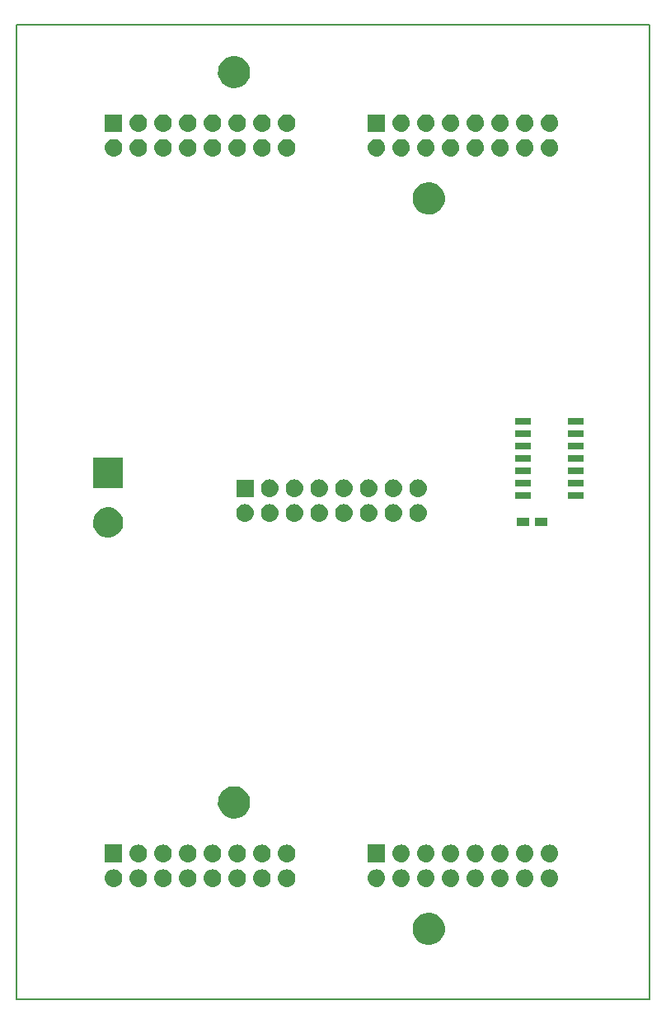
<source format=gts>
G04 #@! TF.FileFunction,Soldermask,Top*
%FSLAX46Y46*%
G04 Gerber Fmt 4.6, Leading zero omitted, Abs format (unit mm)*
G04 Created by KiCad (PCBNEW 4.0.7) date 2018 February 26, Monday 17:11:22*
%MOMM*%
%LPD*%
G01*
G04 APERTURE LIST*
%ADD10C,0.100000*%
%ADD11C,0.150000*%
G04 APERTURE END LIST*
D10*
D11*
X140000000Y-45000000D02*
X75000000Y-45000000D01*
X140000000Y-145000000D02*
X140000000Y-45000000D01*
X75000000Y-145000000D02*
X140000000Y-145000000D01*
X75000000Y-45000000D02*
X75000000Y-145000000D01*
D10*
G36*
X117503306Y-136161097D02*
X117820281Y-136226163D01*
X118118577Y-136351554D01*
X118386839Y-136532499D01*
X118614848Y-136762106D01*
X118793916Y-137031623D01*
X118917222Y-137330787D01*
X118980005Y-137647865D01*
X118980005Y-137647875D01*
X118980071Y-137648209D01*
X118974910Y-138017800D01*
X118974834Y-138018134D01*
X118974834Y-138018146D01*
X118903225Y-138333340D01*
X118771611Y-138628948D01*
X118585089Y-138893361D01*
X118350755Y-139116513D01*
X118077550Y-139289894D01*
X117775865Y-139406911D01*
X117457201Y-139463099D01*
X117133690Y-139456323D01*
X116817650Y-139386837D01*
X116521135Y-139257293D01*
X116255427Y-139072621D01*
X116030645Y-138839853D01*
X115855361Y-138567865D01*
X115736242Y-138267005D01*
X115677828Y-137948734D01*
X115682347Y-137625185D01*
X115749622Y-137308677D01*
X115877096Y-137011259D01*
X116059909Y-136744267D01*
X116291101Y-136517867D01*
X116561862Y-136340686D01*
X116861882Y-136219470D01*
X117179729Y-136158837D01*
X117503306Y-136161097D01*
X117503306Y-136161097D01*
G37*
G36*
X100380922Y-131714021D02*
X100380927Y-131714022D01*
X100380970Y-131714027D01*
X100548764Y-131765968D01*
X100703274Y-131849511D01*
X100838614Y-131961474D01*
X100949629Y-132097593D01*
X101032091Y-132252682D01*
X101082860Y-132420834D01*
X101100000Y-132595645D01*
X101100000Y-132604355D01*
X101099912Y-132616921D01*
X101080333Y-132791476D01*
X101027222Y-132958903D01*
X100942602Y-133112825D01*
X100829697Y-133247380D01*
X100692807Y-133357443D01*
X100537146Y-133438820D01*
X100368643Y-133488414D01*
X100368609Y-133488417D01*
X100368596Y-133488421D01*
X100193720Y-133504336D01*
X100019078Y-133485979D01*
X100019073Y-133485978D01*
X100019030Y-133485973D01*
X99851236Y-133434032D01*
X99696726Y-133350489D01*
X99561386Y-133238526D01*
X99450371Y-133102407D01*
X99367909Y-132947318D01*
X99317140Y-132779166D01*
X99300000Y-132604355D01*
X99300000Y-132595645D01*
X99300088Y-132583079D01*
X99319667Y-132408524D01*
X99372778Y-132241097D01*
X99457398Y-132087175D01*
X99570303Y-131952620D01*
X99707193Y-131842557D01*
X99862854Y-131761180D01*
X100031357Y-131711586D01*
X100031391Y-131711583D01*
X100031404Y-131711579D01*
X100206280Y-131695664D01*
X100380922Y-131714021D01*
X100380922Y-131714021D01*
G37*
G36*
X97840922Y-131714021D02*
X97840927Y-131714022D01*
X97840970Y-131714027D01*
X98008764Y-131765968D01*
X98163274Y-131849511D01*
X98298614Y-131961474D01*
X98409629Y-132097593D01*
X98492091Y-132252682D01*
X98542860Y-132420834D01*
X98560000Y-132595645D01*
X98560000Y-132604355D01*
X98559912Y-132616921D01*
X98540333Y-132791476D01*
X98487222Y-132958903D01*
X98402602Y-133112825D01*
X98289697Y-133247380D01*
X98152807Y-133357443D01*
X97997146Y-133438820D01*
X97828643Y-133488414D01*
X97828609Y-133488417D01*
X97828596Y-133488421D01*
X97653720Y-133504336D01*
X97479078Y-133485979D01*
X97479073Y-133485978D01*
X97479030Y-133485973D01*
X97311236Y-133434032D01*
X97156726Y-133350489D01*
X97021386Y-133238526D01*
X96910371Y-133102407D01*
X96827909Y-132947318D01*
X96777140Y-132779166D01*
X96760000Y-132604355D01*
X96760000Y-132595645D01*
X96760088Y-132583079D01*
X96779667Y-132408524D01*
X96832778Y-132241097D01*
X96917398Y-132087175D01*
X97030303Y-131952620D01*
X97167193Y-131842557D01*
X97322854Y-131761180D01*
X97491357Y-131711586D01*
X97491391Y-131711583D01*
X97491404Y-131711579D01*
X97666280Y-131695664D01*
X97840922Y-131714021D01*
X97840922Y-131714021D01*
G37*
G36*
X102920922Y-131714021D02*
X102920927Y-131714022D01*
X102920970Y-131714027D01*
X103088764Y-131765968D01*
X103243274Y-131849511D01*
X103378614Y-131961474D01*
X103489629Y-132097593D01*
X103572091Y-132252682D01*
X103622860Y-132420834D01*
X103640000Y-132595645D01*
X103640000Y-132604355D01*
X103639912Y-132616921D01*
X103620333Y-132791476D01*
X103567222Y-132958903D01*
X103482602Y-133112825D01*
X103369697Y-133247380D01*
X103232807Y-133357443D01*
X103077146Y-133438820D01*
X102908643Y-133488414D01*
X102908609Y-133488417D01*
X102908596Y-133488421D01*
X102733720Y-133504336D01*
X102559078Y-133485979D01*
X102559073Y-133485978D01*
X102559030Y-133485973D01*
X102391236Y-133434032D01*
X102236726Y-133350489D01*
X102101386Y-133238526D01*
X101990371Y-133102407D01*
X101907909Y-132947318D01*
X101857140Y-132779166D01*
X101840000Y-132604355D01*
X101840000Y-132595645D01*
X101840088Y-132583079D01*
X101859667Y-132408524D01*
X101912778Y-132241097D01*
X101997398Y-132087175D01*
X102110303Y-131952620D01*
X102247193Y-131842557D01*
X102402854Y-131761180D01*
X102571357Y-131711586D01*
X102571391Y-131711583D01*
X102571404Y-131711579D01*
X102746280Y-131695664D01*
X102920922Y-131714021D01*
X102920922Y-131714021D01*
G37*
G36*
X112140922Y-131714021D02*
X112140927Y-131714022D01*
X112140970Y-131714027D01*
X112308764Y-131765968D01*
X112463274Y-131849511D01*
X112598614Y-131961474D01*
X112709629Y-132097593D01*
X112792091Y-132252682D01*
X112842860Y-132420834D01*
X112860000Y-132595645D01*
X112860000Y-132604355D01*
X112859912Y-132616921D01*
X112840333Y-132791476D01*
X112787222Y-132958903D01*
X112702602Y-133112825D01*
X112589697Y-133247380D01*
X112452807Y-133357443D01*
X112297146Y-133438820D01*
X112128643Y-133488414D01*
X112128609Y-133488417D01*
X112128596Y-133488421D01*
X111953720Y-133504336D01*
X111779078Y-133485979D01*
X111779073Y-133485978D01*
X111779030Y-133485973D01*
X111611236Y-133434032D01*
X111456726Y-133350489D01*
X111321386Y-133238526D01*
X111210371Y-133102407D01*
X111127909Y-132947318D01*
X111077140Y-132779166D01*
X111060000Y-132604355D01*
X111060000Y-132595645D01*
X111060088Y-132583079D01*
X111079667Y-132408524D01*
X111132778Y-132241097D01*
X111217398Y-132087175D01*
X111330303Y-131952620D01*
X111467193Y-131842557D01*
X111622854Y-131761180D01*
X111791357Y-131711586D01*
X111791391Y-131711583D01*
X111791404Y-131711579D01*
X111966280Y-131695664D01*
X112140922Y-131714021D01*
X112140922Y-131714021D01*
G37*
G36*
X95300922Y-131714021D02*
X95300927Y-131714022D01*
X95300970Y-131714027D01*
X95468764Y-131765968D01*
X95623274Y-131849511D01*
X95758614Y-131961474D01*
X95869629Y-132097593D01*
X95952091Y-132252682D01*
X96002860Y-132420834D01*
X96020000Y-132595645D01*
X96020000Y-132604355D01*
X96019912Y-132616921D01*
X96000333Y-132791476D01*
X95947222Y-132958903D01*
X95862602Y-133112825D01*
X95749697Y-133247380D01*
X95612807Y-133357443D01*
X95457146Y-133438820D01*
X95288643Y-133488414D01*
X95288609Y-133488417D01*
X95288596Y-133488421D01*
X95113720Y-133504336D01*
X94939078Y-133485979D01*
X94939073Y-133485978D01*
X94939030Y-133485973D01*
X94771236Y-133434032D01*
X94616726Y-133350489D01*
X94481386Y-133238526D01*
X94370371Y-133102407D01*
X94287909Y-132947318D01*
X94237140Y-132779166D01*
X94220000Y-132604355D01*
X94220000Y-132595645D01*
X94220088Y-132583079D01*
X94239667Y-132408524D01*
X94292778Y-132241097D01*
X94377398Y-132087175D01*
X94490303Y-131952620D01*
X94627193Y-131842557D01*
X94782854Y-131761180D01*
X94951357Y-131711586D01*
X94951391Y-131711583D01*
X94951404Y-131711579D01*
X95126280Y-131695664D01*
X95300922Y-131714021D01*
X95300922Y-131714021D01*
G37*
G36*
X92760922Y-131714021D02*
X92760927Y-131714022D01*
X92760970Y-131714027D01*
X92928764Y-131765968D01*
X93083274Y-131849511D01*
X93218614Y-131961474D01*
X93329629Y-132097593D01*
X93412091Y-132252682D01*
X93462860Y-132420834D01*
X93480000Y-132595645D01*
X93480000Y-132604355D01*
X93479912Y-132616921D01*
X93460333Y-132791476D01*
X93407222Y-132958903D01*
X93322602Y-133112825D01*
X93209697Y-133247380D01*
X93072807Y-133357443D01*
X92917146Y-133438820D01*
X92748643Y-133488414D01*
X92748609Y-133488417D01*
X92748596Y-133488421D01*
X92573720Y-133504336D01*
X92399078Y-133485979D01*
X92399073Y-133485978D01*
X92399030Y-133485973D01*
X92231236Y-133434032D01*
X92076726Y-133350489D01*
X91941386Y-133238526D01*
X91830371Y-133102407D01*
X91747909Y-132947318D01*
X91697140Y-132779166D01*
X91680000Y-132604355D01*
X91680000Y-132595645D01*
X91680088Y-132583079D01*
X91699667Y-132408524D01*
X91752778Y-132241097D01*
X91837398Y-132087175D01*
X91950303Y-131952620D01*
X92087193Y-131842557D01*
X92242854Y-131761180D01*
X92411357Y-131711586D01*
X92411391Y-131711583D01*
X92411404Y-131711579D01*
X92586280Y-131695664D01*
X92760922Y-131714021D01*
X92760922Y-131714021D01*
G37*
G36*
X90220922Y-131714021D02*
X90220927Y-131714022D01*
X90220970Y-131714027D01*
X90388764Y-131765968D01*
X90543274Y-131849511D01*
X90678614Y-131961474D01*
X90789629Y-132097593D01*
X90872091Y-132252682D01*
X90922860Y-132420834D01*
X90940000Y-132595645D01*
X90940000Y-132604355D01*
X90939912Y-132616921D01*
X90920333Y-132791476D01*
X90867222Y-132958903D01*
X90782602Y-133112825D01*
X90669697Y-133247380D01*
X90532807Y-133357443D01*
X90377146Y-133438820D01*
X90208643Y-133488414D01*
X90208609Y-133488417D01*
X90208596Y-133488421D01*
X90033720Y-133504336D01*
X89859078Y-133485979D01*
X89859073Y-133485978D01*
X89859030Y-133485973D01*
X89691236Y-133434032D01*
X89536726Y-133350489D01*
X89401386Y-133238526D01*
X89290371Y-133102407D01*
X89207909Y-132947318D01*
X89157140Y-132779166D01*
X89140000Y-132604355D01*
X89140000Y-132595645D01*
X89140088Y-132583079D01*
X89159667Y-132408524D01*
X89212778Y-132241097D01*
X89297398Y-132087175D01*
X89410303Y-131952620D01*
X89547193Y-131842557D01*
X89702854Y-131761180D01*
X89871357Y-131711586D01*
X89871391Y-131711583D01*
X89871404Y-131711579D01*
X90046280Y-131695664D01*
X90220922Y-131714021D01*
X90220922Y-131714021D01*
G37*
G36*
X87680922Y-131714021D02*
X87680927Y-131714022D01*
X87680970Y-131714027D01*
X87848764Y-131765968D01*
X88003274Y-131849511D01*
X88138614Y-131961474D01*
X88249629Y-132097593D01*
X88332091Y-132252682D01*
X88382860Y-132420834D01*
X88400000Y-132595645D01*
X88400000Y-132604355D01*
X88399912Y-132616921D01*
X88380333Y-132791476D01*
X88327222Y-132958903D01*
X88242602Y-133112825D01*
X88129697Y-133247380D01*
X87992807Y-133357443D01*
X87837146Y-133438820D01*
X87668643Y-133488414D01*
X87668609Y-133488417D01*
X87668596Y-133488421D01*
X87493720Y-133504336D01*
X87319078Y-133485979D01*
X87319073Y-133485978D01*
X87319030Y-133485973D01*
X87151236Y-133434032D01*
X86996726Y-133350489D01*
X86861386Y-133238526D01*
X86750371Y-133102407D01*
X86667909Y-132947318D01*
X86617140Y-132779166D01*
X86600000Y-132604355D01*
X86600000Y-132595645D01*
X86600088Y-132583079D01*
X86619667Y-132408524D01*
X86672778Y-132241097D01*
X86757398Y-132087175D01*
X86870303Y-131952620D01*
X87007193Y-131842557D01*
X87162854Y-131761180D01*
X87331357Y-131711586D01*
X87331391Y-131711583D01*
X87331404Y-131711579D01*
X87506280Y-131695664D01*
X87680922Y-131714021D01*
X87680922Y-131714021D01*
G37*
G36*
X114680922Y-131714021D02*
X114680927Y-131714022D01*
X114680970Y-131714027D01*
X114848764Y-131765968D01*
X115003274Y-131849511D01*
X115138614Y-131961474D01*
X115249629Y-132097593D01*
X115332091Y-132252682D01*
X115382860Y-132420834D01*
X115400000Y-132595645D01*
X115400000Y-132604355D01*
X115399912Y-132616921D01*
X115380333Y-132791476D01*
X115327222Y-132958903D01*
X115242602Y-133112825D01*
X115129697Y-133247380D01*
X114992807Y-133357443D01*
X114837146Y-133438820D01*
X114668643Y-133488414D01*
X114668609Y-133488417D01*
X114668596Y-133488421D01*
X114493720Y-133504336D01*
X114319078Y-133485979D01*
X114319073Y-133485978D01*
X114319030Y-133485973D01*
X114151236Y-133434032D01*
X113996726Y-133350489D01*
X113861386Y-133238526D01*
X113750371Y-133102407D01*
X113667909Y-132947318D01*
X113617140Y-132779166D01*
X113600000Y-132604355D01*
X113600000Y-132595645D01*
X113600088Y-132583079D01*
X113619667Y-132408524D01*
X113672778Y-132241097D01*
X113757398Y-132087175D01*
X113870303Y-131952620D01*
X114007193Y-131842557D01*
X114162854Y-131761180D01*
X114331357Y-131711586D01*
X114331391Y-131711583D01*
X114331404Y-131711579D01*
X114506280Y-131695664D01*
X114680922Y-131714021D01*
X114680922Y-131714021D01*
G37*
G36*
X117220922Y-131714021D02*
X117220927Y-131714022D01*
X117220970Y-131714027D01*
X117388764Y-131765968D01*
X117543274Y-131849511D01*
X117678614Y-131961474D01*
X117789629Y-132097593D01*
X117872091Y-132252682D01*
X117922860Y-132420834D01*
X117940000Y-132595645D01*
X117940000Y-132604355D01*
X117939912Y-132616921D01*
X117920333Y-132791476D01*
X117867222Y-132958903D01*
X117782602Y-133112825D01*
X117669697Y-133247380D01*
X117532807Y-133357443D01*
X117377146Y-133438820D01*
X117208643Y-133488414D01*
X117208609Y-133488417D01*
X117208596Y-133488421D01*
X117033720Y-133504336D01*
X116859078Y-133485979D01*
X116859073Y-133485978D01*
X116859030Y-133485973D01*
X116691236Y-133434032D01*
X116536726Y-133350489D01*
X116401386Y-133238526D01*
X116290371Y-133102407D01*
X116207909Y-132947318D01*
X116157140Y-132779166D01*
X116140000Y-132604355D01*
X116140000Y-132595645D01*
X116140088Y-132583079D01*
X116159667Y-132408524D01*
X116212778Y-132241097D01*
X116297398Y-132087175D01*
X116410303Y-131952620D01*
X116547193Y-131842557D01*
X116702854Y-131761180D01*
X116871357Y-131711586D01*
X116871391Y-131711583D01*
X116871404Y-131711579D01*
X117046280Y-131695664D01*
X117220922Y-131714021D01*
X117220922Y-131714021D01*
G37*
G36*
X119760922Y-131714021D02*
X119760927Y-131714022D01*
X119760970Y-131714027D01*
X119928764Y-131765968D01*
X120083274Y-131849511D01*
X120218614Y-131961474D01*
X120329629Y-132097593D01*
X120412091Y-132252682D01*
X120462860Y-132420834D01*
X120480000Y-132595645D01*
X120480000Y-132604355D01*
X120479912Y-132616921D01*
X120460333Y-132791476D01*
X120407222Y-132958903D01*
X120322602Y-133112825D01*
X120209697Y-133247380D01*
X120072807Y-133357443D01*
X119917146Y-133438820D01*
X119748643Y-133488414D01*
X119748609Y-133488417D01*
X119748596Y-133488421D01*
X119573720Y-133504336D01*
X119399078Y-133485979D01*
X119399073Y-133485978D01*
X119399030Y-133485973D01*
X119231236Y-133434032D01*
X119076726Y-133350489D01*
X118941386Y-133238526D01*
X118830371Y-133102407D01*
X118747909Y-132947318D01*
X118697140Y-132779166D01*
X118680000Y-132604355D01*
X118680000Y-132595645D01*
X118680088Y-132583079D01*
X118699667Y-132408524D01*
X118752778Y-132241097D01*
X118837398Y-132087175D01*
X118950303Y-131952620D01*
X119087193Y-131842557D01*
X119242854Y-131761180D01*
X119411357Y-131711586D01*
X119411391Y-131711583D01*
X119411404Y-131711579D01*
X119586280Y-131695664D01*
X119760922Y-131714021D01*
X119760922Y-131714021D01*
G37*
G36*
X122300922Y-131714021D02*
X122300927Y-131714022D01*
X122300970Y-131714027D01*
X122468764Y-131765968D01*
X122623274Y-131849511D01*
X122758614Y-131961474D01*
X122869629Y-132097593D01*
X122952091Y-132252682D01*
X123002860Y-132420834D01*
X123020000Y-132595645D01*
X123020000Y-132604355D01*
X123019912Y-132616921D01*
X123000333Y-132791476D01*
X122947222Y-132958903D01*
X122862602Y-133112825D01*
X122749697Y-133247380D01*
X122612807Y-133357443D01*
X122457146Y-133438820D01*
X122288643Y-133488414D01*
X122288609Y-133488417D01*
X122288596Y-133488421D01*
X122113720Y-133504336D01*
X121939078Y-133485979D01*
X121939073Y-133485978D01*
X121939030Y-133485973D01*
X121771236Y-133434032D01*
X121616726Y-133350489D01*
X121481386Y-133238526D01*
X121370371Y-133102407D01*
X121287909Y-132947318D01*
X121237140Y-132779166D01*
X121220000Y-132604355D01*
X121220000Y-132595645D01*
X121220088Y-132583079D01*
X121239667Y-132408524D01*
X121292778Y-132241097D01*
X121377398Y-132087175D01*
X121490303Y-131952620D01*
X121627193Y-131842557D01*
X121782854Y-131761180D01*
X121951357Y-131711586D01*
X121951391Y-131711583D01*
X121951404Y-131711579D01*
X122126280Y-131695664D01*
X122300922Y-131714021D01*
X122300922Y-131714021D01*
G37*
G36*
X124840922Y-131714021D02*
X124840927Y-131714022D01*
X124840970Y-131714027D01*
X125008764Y-131765968D01*
X125163274Y-131849511D01*
X125298614Y-131961474D01*
X125409629Y-132097593D01*
X125492091Y-132252682D01*
X125542860Y-132420834D01*
X125560000Y-132595645D01*
X125560000Y-132604355D01*
X125559912Y-132616921D01*
X125540333Y-132791476D01*
X125487222Y-132958903D01*
X125402602Y-133112825D01*
X125289697Y-133247380D01*
X125152807Y-133357443D01*
X124997146Y-133438820D01*
X124828643Y-133488414D01*
X124828609Y-133488417D01*
X124828596Y-133488421D01*
X124653720Y-133504336D01*
X124479078Y-133485979D01*
X124479073Y-133485978D01*
X124479030Y-133485973D01*
X124311236Y-133434032D01*
X124156726Y-133350489D01*
X124021386Y-133238526D01*
X123910371Y-133102407D01*
X123827909Y-132947318D01*
X123777140Y-132779166D01*
X123760000Y-132604355D01*
X123760000Y-132595645D01*
X123760088Y-132583079D01*
X123779667Y-132408524D01*
X123832778Y-132241097D01*
X123917398Y-132087175D01*
X124030303Y-131952620D01*
X124167193Y-131842557D01*
X124322854Y-131761180D01*
X124491357Y-131711586D01*
X124491391Y-131711583D01*
X124491404Y-131711579D01*
X124666280Y-131695664D01*
X124840922Y-131714021D01*
X124840922Y-131714021D01*
G37*
G36*
X127380922Y-131714021D02*
X127380927Y-131714022D01*
X127380970Y-131714027D01*
X127548764Y-131765968D01*
X127703274Y-131849511D01*
X127838614Y-131961474D01*
X127949629Y-132097593D01*
X128032091Y-132252682D01*
X128082860Y-132420834D01*
X128100000Y-132595645D01*
X128100000Y-132604355D01*
X128099912Y-132616921D01*
X128080333Y-132791476D01*
X128027222Y-132958903D01*
X127942602Y-133112825D01*
X127829697Y-133247380D01*
X127692807Y-133357443D01*
X127537146Y-133438820D01*
X127368643Y-133488414D01*
X127368609Y-133488417D01*
X127368596Y-133488421D01*
X127193720Y-133504336D01*
X127019078Y-133485979D01*
X127019073Y-133485978D01*
X127019030Y-133485973D01*
X126851236Y-133434032D01*
X126696726Y-133350489D01*
X126561386Y-133238526D01*
X126450371Y-133102407D01*
X126367909Y-132947318D01*
X126317140Y-132779166D01*
X126300000Y-132604355D01*
X126300000Y-132595645D01*
X126300088Y-132583079D01*
X126319667Y-132408524D01*
X126372778Y-132241097D01*
X126457398Y-132087175D01*
X126570303Y-131952620D01*
X126707193Y-131842557D01*
X126862854Y-131761180D01*
X127031357Y-131711586D01*
X127031391Y-131711583D01*
X127031404Y-131711579D01*
X127206280Y-131695664D01*
X127380922Y-131714021D01*
X127380922Y-131714021D01*
G37*
G36*
X129920922Y-131714021D02*
X129920927Y-131714022D01*
X129920970Y-131714027D01*
X130088764Y-131765968D01*
X130243274Y-131849511D01*
X130378614Y-131961474D01*
X130489629Y-132097593D01*
X130572091Y-132252682D01*
X130622860Y-132420834D01*
X130640000Y-132595645D01*
X130640000Y-132604355D01*
X130639912Y-132616921D01*
X130620333Y-132791476D01*
X130567222Y-132958903D01*
X130482602Y-133112825D01*
X130369697Y-133247380D01*
X130232807Y-133357443D01*
X130077146Y-133438820D01*
X129908643Y-133488414D01*
X129908609Y-133488417D01*
X129908596Y-133488421D01*
X129733720Y-133504336D01*
X129559078Y-133485979D01*
X129559073Y-133485978D01*
X129559030Y-133485973D01*
X129391236Y-133434032D01*
X129236726Y-133350489D01*
X129101386Y-133238526D01*
X128990371Y-133102407D01*
X128907909Y-132947318D01*
X128857140Y-132779166D01*
X128840000Y-132604355D01*
X128840000Y-132595645D01*
X128840088Y-132583079D01*
X128859667Y-132408524D01*
X128912778Y-132241097D01*
X128997398Y-132087175D01*
X129110303Y-131952620D01*
X129247193Y-131842557D01*
X129402854Y-131761180D01*
X129571357Y-131711586D01*
X129571391Y-131711583D01*
X129571404Y-131711579D01*
X129746280Y-131695664D01*
X129920922Y-131714021D01*
X129920922Y-131714021D01*
G37*
G36*
X85140922Y-131714021D02*
X85140927Y-131714022D01*
X85140970Y-131714027D01*
X85308764Y-131765968D01*
X85463274Y-131849511D01*
X85598614Y-131961474D01*
X85709629Y-132097593D01*
X85792091Y-132252682D01*
X85842860Y-132420834D01*
X85860000Y-132595645D01*
X85860000Y-132604355D01*
X85859912Y-132616921D01*
X85840333Y-132791476D01*
X85787222Y-132958903D01*
X85702602Y-133112825D01*
X85589697Y-133247380D01*
X85452807Y-133357443D01*
X85297146Y-133438820D01*
X85128643Y-133488414D01*
X85128609Y-133488417D01*
X85128596Y-133488421D01*
X84953720Y-133504336D01*
X84779078Y-133485979D01*
X84779073Y-133485978D01*
X84779030Y-133485973D01*
X84611236Y-133434032D01*
X84456726Y-133350489D01*
X84321386Y-133238526D01*
X84210371Y-133102407D01*
X84127909Y-132947318D01*
X84077140Y-132779166D01*
X84060000Y-132604355D01*
X84060000Y-132595645D01*
X84060088Y-132583079D01*
X84079667Y-132408524D01*
X84132778Y-132241097D01*
X84217398Y-132087175D01*
X84330303Y-131952620D01*
X84467193Y-131842557D01*
X84622854Y-131761180D01*
X84791357Y-131711586D01*
X84791391Y-131711583D01*
X84791404Y-131711579D01*
X84966280Y-131695664D01*
X85140922Y-131714021D01*
X85140922Y-131714021D01*
G37*
G36*
X87680922Y-129174021D02*
X87680927Y-129174022D01*
X87680970Y-129174027D01*
X87848764Y-129225968D01*
X88003274Y-129309511D01*
X88138614Y-129421474D01*
X88249629Y-129557593D01*
X88332091Y-129712682D01*
X88382860Y-129880834D01*
X88400000Y-130055645D01*
X88400000Y-130064355D01*
X88399912Y-130076921D01*
X88380333Y-130251476D01*
X88327222Y-130418903D01*
X88242602Y-130572825D01*
X88129697Y-130707380D01*
X87992807Y-130817443D01*
X87837146Y-130898820D01*
X87668643Y-130948414D01*
X87668609Y-130948417D01*
X87668596Y-130948421D01*
X87493720Y-130964336D01*
X87319078Y-130945979D01*
X87319073Y-130945978D01*
X87319030Y-130945973D01*
X87151236Y-130894032D01*
X86996726Y-130810489D01*
X86861386Y-130698526D01*
X86750371Y-130562407D01*
X86667909Y-130407318D01*
X86617140Y-130239166D01*
X86600000Y-130064355D01*
X86600000Y-130055645D01*
X86600088Y-130043079D01*
X86619667Y-129868524D01*
X86672778Y-129701097D01*
X86757398Y-129547175D01*
X86870303Y-129412620D01*
X87007193Y-129302557D01*
X87162854Y-129221180D01*
X87331357Y-129171586D01*
X87331391Y-129171583D01*
X87331404Y-129171579D01*
X87506280Y-129155664D01*
X87680922Y-129174021D01*
X87680922Y-129174021D01*
G37*
G36*
X90220922Y-129174021D02*
X90220927Y-129174022D01*
X90220970Y-129174027D01*
X90388764Y-129225968D01*
X90543274Y-129309511D01*
X90678614Y-129421474D01*
X90789629Y-129557593D01*
X90872091Y-129712682D01*
X90922860Y-129880834D01*
X90940000Y-130055645D01*
X90940000Y-130064355D01*
X90939912Y-130076921D01*
X90920333Y-130251476D01*
X90867222Y-130418903D01*
X90782602Y-130572825D01*
X90669697Y-130707380D01*
X90532807Y-130817443D01*
X90377146Y-130898820D01*
X90208643Y-130948414D01*
X90208609Y-130948417D01*
X90208596Y-130948421D01*
X90033720Y-130964336D01*
X89859078Y-130945979D01*
X89859073Y-130945978D01*
X89859030Y-130945973D01*
X89691236Y-130894032D01*
X89536726Y-130810489D01*
X89401386Y-130698526D01*
X89290371Y-130562407D01*
X89207909Y-130407318D01*
X89157140Y-130239166D01*
X89140000Y-130064355D01*
X89140000Y-130055645D01*
X89140088Y-130043079D01*
X89159667Y-129868524D01*
X89212778Y-129701097D01*
X89297398Y-129547175D01*
X89410303Y-129412620D01*
X89547193Y-129302557D01*
X89702854Y-129221180D01*
X89871357Y-129171586D01*
X89871391Y-129171583D01*
X89871404Y-129171579D01*
X90046280Y-129155664D01*
X90220922Y-129174021D01*
X90220922Y-129174021D01*
G37*
G36*
X92760922Y-129174021D02*
X92760927Y-129174022D01*
X92760970Y-129174027D01*
X92928764Y-129225968D01*
X93083274Y-129309511D01*
X93218614Y-129421474D01*
X93329629Y-129557593D01*
X93412091Y-129712682D01*
X93462860Y-129880834D01*
X93480000Y-130055645D01*
X93480000Y-130064355D01*
X93479912Y-130076921D01*
X93460333Y-130251476D01*
X93407222Y-130418903D01*
X93322602Y-130572825D01*
X93209697Y-130707380D01*
X93072807Y-130817443D01*
X92917146Y-130898820D01*
X92748643Y-130948414D01*
X92748609Y-130948417D01*
X92748596Y-130948421D01*
X92573720Y-130964336D01*
X92399078Y-130945979D01*
X92399073Y-130945978D01*
X92399030Y-130945973D01*
X92231236Y-130894032D01*
X92076726Y-130810489D01*
X91941386Y-130698526D01*
X91830371Y-130562407D01*
X91747909Y-130407318D01*
X91697140Y-130239166D01*
X91680000Y-130064355D01*
X91680000Y-130055645D01*
X91680088Y-130043079D01*
X91699667Y-129868524D01*
X91752778Y-129701097D01*
X91837398Y-129547175D01*
X91950303Y-129412620D01*
X92087193Y-129302557D01*
X92242854Y-129221180D01*
X92411357Y-129171586D01*
X92411391Y-129171583D01*
X92411404Y-129171579D01*
X92586280Y-129155664D01*
X92760922Y-129174021D01*
X92760922Y-129174021D01*
G37*
G36*
X95300922Y-129174021D02*
X95300927Y-129174022D01*
X95300970Y-129174027D01*
X95468764Y-129225968D01*
X95623274Y-129309511D01*
X95758614Y-129421474D01*
X95869629Y-129557593D01*
X95952091Y-129712682D01*
X96002860Y-129880834D01*
X96020000Y-130055645D01*
X96020000Y-130064355D01*
X96019912Y-130076921D01*
X96000333Y-130251476D01*
X95947222Y-130418903D01*
X95862602Y-130572825D01*
X95749697Y-130707380D01*
X95612807Y-130817443D01*
X95457146Y-130898820D01*
X95288643Y-130948414D01*
X95288609Y-130948417D01*
X95288596Y-130948421D01*
X95113720Y-130964336D01*
X94939078Y-130945979D01*
X94939073Y-130945978D01*
X94939030Y-130945973D01*
X94771236Y-130894032D01*
X94616726Y-130810489D01*
X94481386Y-130698526D01*
X94370371Y-130562407D01*
X94287909Y-130407318D01*
X94237140Y-130239166D01*
X94220000Y-130064355D01*
X94220000Y-130055645D01*
X94220088Y-130043079D01*
X94239667Y-129868524D01*
X94292778Y-129701097D01*
X94377398Y-129547175D01*
X94490303Y-129412620D01*
X94627193Y-129302557D01*
X94782854Y-129221180D01*
X94951357Y-129171586D01*
X94951391Y-129171583D01*
X94951404Y-129171579D01*
X95126280Y-129155664D01*
X95300922Y-129174021D01*
X95300922Y-129174021D01*
G37*
G36*
X97840922Y-129174021D02*
X97840927Y-129174022D01*
X97840970Y-129174027D01*
X98008764Y-129225968D01*
X98163274Y-129309511D01*
X98298614Y-129421474D01*
X98409629Y-129557593D01*
X98492091Y-129712682D01*
X98542860Y-129880834D01*
X98560000Y-130055645D01*
X98560000Y-130064355D01*
X98559912Y-130076921D01*
X98540333Y-130251476D01*
X98487222Y-130418903D01*
X98402602Y-130572825D01*
X98289697Y-130707380D01*
X98152807Y-130817443D01*
X97997146Y-130898820D01*
X97828643Y-130948414D01*
X97828609Y-130948417D01*
X97828596Y-130948421D01*
X97653720Y-130964336D01*
X97479078Y-130945979D01*
X97479073Y-130945978D01*
X97479030Y-130945973D01*
X97311236Y-130894032D01*
X97156726Y-130810489D01*
X97021386Y-130698526D01*
X96910371Y-130562407D01*
X96827909Y-130407318D01*
X96777140Y-130239166D01*
X96760000Y-130064355D01*
X96760000Y-130055645D01*
X96760088Y-130043079D01*
X96779667Y-129868524D01*
X96832778Y-129701097D01*
X96917398Y-129547175D01*
X97030303Y-129412620D01*
X97167193Y-129302557D01*
X97322854Y-129221180D01*
X97491357Y-129171586D01*
X97491391Y-129171583D01*
X97491404Y-129171579D01*
X97666280Y-129155664D01*
X97840922Y-129174021D01*
X97840922Y-129174021D01*
G37*
G36*
X129920922Y-129174021D02*
X129920927Y-129174022D01*
X129920970Y-129174027D01*
X130088764Y-129225968D01*
X130243274Y-129309511D01*
X130378614Y-129421474D01*
X130489629Y-129557593D01*
X130572091Y-129712682D01*
X130622860Y-129880834D01*
X130640000Y-130055645D01*
X130640000Y-130064355D01*
X130639912Y-130076921D01*
X130620333Y-130251476D01*
X130567222Y-130418903D01*
X130482602Y-130572825D01*
X130369697Y-130707380D01*
X130232807Y-130817443D01*
X130077146Y-130898820D01*
X129908643Y-130948414D01*
X129908609Y-130948417D01*
X129908596Y-130948421D01*
X129733720Y-130964336D01*
X129559078Y-130945979D01*
X129559073Y-130945978D01*
X129559030Y-130945973D01*
X129391236Y-130894032D01*
X129236726Y-130810489D01*
X129101386Y-130698526D01*
X128990371Y-130562407D01*
X128907909Y-130407318D01*
X128857140Y-130239166D01*
X128840000Y-130064355D01*
X128840000Y-130055645D01*
X128840088Y-130043079D01*
X128859667Y-129868524D01*
X128912778Y-129701097D01*
X128997398Y-129547175D01*
X129110303Y-129412620D01*
X129247193Y-129302557D01*
X129402854Y-129221180D01*
X129571357Y-129171586D01*
X129571391Y-129171583D01*
X129571404Y-129171579D01*
X129746280Y-129155664D01*
X129920922Y-129174021D01*
X129920922Y-129174021D01*
G37*
G36*
X127380922Y-129174021D02*
X127380927Y-129174022D01*
X127380970Y-129174027D01*
X127548764Y-129225968D01*
X127703274Y-129309511D01*
X127838614Y-129421474D01*
X127949629Y-129557593D01*
X128032091Y-129712682D01*
X128082860Y-129880834D01*
X128100000Y-130055645D01*
X128100000Y-130064355D01*
X128099912Y-130076921D01*
X128080333Y-130251476D01*
X128027222Y-130418903D01*
X127942602Y-130572825D01*
X127829697Y-130707380D01*
X127692807Y-130817443D01*
X127537146Y-130898820D01*
X127368643Y-130948414D01*
X127368609Y-130948417D01*
X127368596Y-130948421D01*
X127193720Y-130964336D01*
X127019078Y-130945979D01*
X127019073Y-130945978D01*
X127019030Y-130945973D01*
X126851236Y-130894032D01*
X126696726Y-130810489D01*
X126561386Y-130698526D01*
X126450371Y-130562407D01*
X126367909Y-130407318D01*
X126317140Y-130239166D01*
X126300000Y-130064355D01*
X126300000Y-130055645D01*
X126300088Y-130043079D01*
X126319667Y-129868524D01*
X126372778Y-129701097D01*
X126457398Y-129547175D01*
X126570303Y-129412620D01*
X126707193Y-129302557D01*
X126862854Y-129221180D01*
X127031357Y-129171586D01*
X127031391Y-129171583D01*
X127031404Y-129171579D01*
X127206280Y-129155664D01*
X127380922Y-129174021D01*
X127380922Y-129174021D01*
G37*
G36*
X100380922Y-129174021D02*
X100380927Y-129174022D01*
X100380970Y-129174027D01*
X100548764Y-129225968D01*
X100703274Y-129309511D01*
X100838614Y-129421474D01*
X100949629Y-129557593D01*
X101032091Y-129712682D01*
X101082860Y-129880834D01*
X101100000Y-130055645D01*
X101100000Y-130064355D01*
X101099912Y-130076921D01*
X101080333Y-130251476D01*
X101027222Y-130418903D01*
X100942602Y-130572825D01*
X100829697Y-130707380D01*
X100692807Y-130817443D01*
X100537146Y-130898820D01*
X100368643Y-130948414D01*
X100368609Y-130948417D01*
X100368596Y-130948421D01*
X100193720Y-130964336D01*
X100019078Y-130945979D01*
X100019073Y-130945978D01*
X100019030Y-130945973D01*
X99851236Y-130894032D01*
X99696726Y-130810489D01*
X99561386Y-130698526D01*
X99450371Y-130562407D01*
X99367909Y-130407318D01*
X99317140Y-130239166D01*
X99300000Y-130064355D01*
X99300000Y-130055645D01*
X99300088Y-130043079D01*
X99319667Y-129868524D01*
X99372778Y-129701097D01*
X99457398Y-129547175D01*
X99570303Y-129412620D01*
X99707193Y-129302557D01*
X99862854Y-129221180D01*
X100031357Y-129171586D01*
X100031391Y-129171583D01*
X100031404Y-129171579D01*
X100206280Y-129155664D01*
X100380922Y-129174021D01*
X100380922Y-129174021D01*
G37*
G36*
X124840922Y-129174021D02*
X124840927Y-129174022D01*
X124840970Y-129174027D01*
X125008764Y-129225968D01*
X125163274Y-129309511D01*
X125298614Y-129421474D01*
X125409629Y-129557593D01*
X125492091Y-129712682D01*
X125542860Y-129880834D01*
X125560000Y-130055645D01*
X125560000Y-130064355D01*
X125559912Y-130076921D01*
X125540333Y-130251476D01*
X125487222Y-130418903D01*
X125402602Y-130572825D01*
X125289697Y-130707380D01*
X125152807Y-130817443D01*
X124997146Y-130898820D01*
X124828643Y-130948414D01*
X124828609Y-130948417D01*
X124828596Y-130948421D01*
X124653720Y-130964336D01*
X124479078Y-130945979D01*
X124479073Y-130945978D01*
X124479030Y-130945973D01*
X124311236Y-130894032D01*
X124156726Y-130810489D01*
X124021386Y-130698526D01*
X123910371Y-130562407D01*
X123827909Y-130407318D01*
X123777140Y-130239166D01*
X123760000Y-130064355D01*
X123760000Y-130055645D01*
X123760088Y-130043079D01*
X123779667Y-129868524D01*
X123832778Y-129701097D01*
X123917398Y-129547175D01*
X124030303Y-129412620D01*
X124167193Y-129302557D01*
X124322854Y-129221180D01*
X124491357Y-129171586D01*
X124491391Y-129171583D01*
X124491404Y-129171579D01*
X124666280Y-129155664D01*
X124840922Y-129174021D01*
X124840922Y-129174021D01*
G37*
G36*
X122300922Y-129174021D02*
X122300927Y-129174022D01*
X122300970Y-129174027D01*
X122468764Y-129225968D01*
X122623274Y-129309511D01*
X122758614Y-129421474D01*
X122869629Y-129557593D01*
X122952091Y-129712682D01*
X123002860Y-129880834D01*
X123020000Y-130055645D01*
X123020000Y-130064355D01*
X123019912Y-130076921D01*
X123000333Y-130251476D01*
X122947222Y-130418903D01*
X122862602Y-130572825D01*
X122749697Y-130707380D01*
X122612807Y-130817443D01*
X122457146Y-130898820D01*
X122288643Y-130948414D01*
X122288609Y-130948417D01*
X122288596Y-130948421D01*
X122113720Y-130964336D01*
X121939078Y-130945979D01*
X121939073Y-130945978D01*
X121939030Y-130945973D01*
X121771236Y-130894032D01*
X121616726Y-130810489D01*
X121481386Y-130698526D01*
X121370371Y-130562407D01*
X121287909Y-130407318D01*
X121237140Y-130239166D01*
X121220000Y-130064355D01*
X121220000Y-130055645D01*
X121220088Y-130043079D01*
X121239667Y-129868524D01*
X121292778Y-129701097D01*
X121377398Y-129547175D01*
X121490303Y-129412620D01*
X121627193Y-129302557D01*
X121782854Y-129221180D01*
X121951357Y-129171586D01*
X121951391Y-129171583D01*
X121951404Y-129171579D01*
X122126280Y-129155664D01*
X122300922Y-129174021D01*
X122300922Y-129174021D01*
G37*
G36*
X102920922Y-129174021D02*
X102920927Y-129174022D01*
X102920970Y-129174027D01*
X103088764Y-129225968D01*
X103243274Y-129309511D01*
X103378614Y-129421474D01*
X103489629Y-129557593D01*
X103572091Y-129712682D01*
X103622860Y-129880834D01*
X103640000Y-130055645D01*
X103640000Y-130064355D01*
X103639912Y-130076921D01*
X103620333Y-130251476D01*
X103567222Y-130418903D01*
X103482602Y-130572825D01*
X103369697Y-130707380D01*
X103232807Y-130817443D01*
X103077146Y-130898820D01*
X102908643Y-130948414D01*
X102908609Y-130948417D01*
X102908596Y-130948421D01*
X102733720Y-130964336D01*
X102559078Y-130945979D01*
X102559073Y-130945978D01*
X102559030Y-130945973D01*
X102391236Y-130894032D01*
X102236726Y-130810489D01*
X102101386Y-130698526D01*
X101990371Y-130562407D01*
X101907909Y-130407318D01*
X101857140Y-130239166D01*
X101840000Y-130064355D01*
X101840000Y-130055645D01*
X101840088Y-130043079D01*
X101859667Y-129868524D01*
X101912778Y-129701097D01*
X101997398Y-129547175D01*
X102110303Y-129412620D01*
X102247193Y-129302557D01*
X102402854Y-129221180D01*
X102571357Y-129171586D01*
X102571391Y-129171583D01*
X102571404Y-129171579D01*
X102746280Y-129155664D01*
X102920922Y-129174021D01*
X102920922Y-129174021D01*
G37*
G36*
X119760922Y-129174021D02*
X119760927Y-129174022D01*
X119760970Y-129174027D01*
X119928764Y-129225968D01*
X120083274Y-129309511D01*
X120218614Y-129421474D01*
X120329629Y-129557593D01*
X120412091Y-129712682D01*
X120462860Y-129880834D01*
X120480000Y-130055645D01*
X120480000Y-130064355D01*
X120479912Y-130076921D01*
X120460333Y-130251476D01*
X120407222Y-130418903D01*
X120322602Y-130572825D01*
X120209697Y-130707380D01*
X120072807Y-130817443D01*
X119917146Y-130898820D01*
X119748643Y-130948414D01*
X119748609Y-130948417D01*
X119748596Y-130948421D01*
X119573720Y-130964336D01*
X119399078Y-130945979D01*
X119399073Y-130945978D01*
X119399030Y-130945973D01*
X119231236Y-130894032D01*
X119076726Y-130810489D01*
X118941386Y-130698526D01*
X118830371Y-130562407D01*
X118747909Y-130407318D01*
X118697140Y-130239166D01*
X118680000Y-130064355D01*
X118680000Y-130055645D01*
X118680088Y-130043079D01*
X118699667Y-129868524D01*
X118752778Y-129701097D01*
X118837398Y-129547175D01*
X118950303Y-129412620D01*
X119087193Y-129302557D01*
X119242854Y-129221180D01*
X119411357Y-129171586D01*
X119411391Y-129171583D01*
X119411404Y-129171579D01*
X119586280Y-129155664D01*
X119760922Y-129174021D01*
X119760922Y-129174021D01*
G37*
G36*
X117220922Y-129174021D02*
X117220927Y-129174022D01*
X117220970Y-129174027D01*
X117388764Y-129225968D01*
X117543274Y-129309511D01*
X117678614Y-129421474D01*
X117789629Y-129557593D01*
X117872091Y-129712682D01*
X117922860Y-129880834D01*
X117940000Y-130055645D01*
X117940000Y-130064355D01*
X117939912Y-130076921D01*
X117920333Y-130251476D01*
X117867222Y-130418903D01*
X117782602Y-130572825D01*
X117669697Y-130707380D01*
X117532807Y-130817443D01*
X117377146Y-130898820D01*
X117208643Y-130948414D01*
X117208609Y-130948417D01*
X117208596Y-130948421D01*
X117033720Y-130964336D01*
X116859078Y-130945979D01*
X116859073Y-130945978D01*
X116859030Y-130945973D01*
X116691236Y-130894032D01*
X116536726Y-130810489D01*
X116401386Y-130698526D01*
X116290371Y-130562407D01*
X116207909Y-130407318D01*
X116157140Y-130239166D01*
X116140000Y-130064355D01*
X116140000Y-130055645D01*
X116140088Y-130043079D01*
X116159667Y-129868524D01*
X116212778Y-129701097D01*
X116297398Y-129547175D01*
X116410303Y-129412620D01*
X116547193Y-129302557D01*
X116702854Y-129221180D01*
X116871357Y-129171586D01*
X116871391Y-129171583D01*
X116871404Y-129171579D01*
X117046280Y-129155664D01*
X117220922Y-129174021D01*
X117220922Y-129174021D01*
G37*
G36*
X114680922Y-129174021D02*
X114680927Y-129174022D01*
X114680970Y-129174027D01*
X114848764Y-129225968D01*
X115003274Y-129309511D01*
X115138614Y-129421474D01*
X115249629Y-129557593D01*
X115332091Y-129712682D01*
X115382860Y-129880834D01*
X115400000Y-130055645D01*
X115400000Y-130064355D01*
X115399912Y-130076921D01*
X115380333Y-130251476D01*
X115327222Y-130418903D01*
X115242602Y-130572825D01*
X115129697Y-130707380D01*
X114992807Y-130817443D01*
X114837146Y-130898820D01*
X114668643Y-130948414D01*
X114668609Y-130948417D01*
X114668596Y-130948421D01*
X114493720Y-130964336D01*
X114319078Y-130945979D01*
X114319073Y-130945978D01*
X114319030Y-130945973D01*
X114151236Y-130894032D01*
X113996726Y-130810489D01*
X113861386Y-130698526D01*
X113750371Y-130562407D01*
X113667909Y-130407318D01*
X113617140Y-130239166D01*
X113600000Y-130064355D01*
X113600000Y-130055645D01*
X113600088Y-130043079D01*
X113619667Y-129868524D01*
X113672778Y-129701097D01*
X113757398Y-129547175D01*
X113870303Y-129412620D01*
X114007193Y-129302557D01*
X114162854Y-129221180D01*
X114331357Y-129171586D01*
X114331391Y-129171583D01*
X114331404Y-129171579D01*
X114506280Y-129155664D01*
X114680922Y-129174021D01*
X114680922Y-129174021D01*
G37*
G36*
X112860000Y-130960000D02*
X111060000Y-130960000D01*
X111060000Y-129160000D01*
X112860000Y-129160000D01*
X112860000Y-130960000D01*
X112860000Y-130960000D01*
G37*
G36*
X85860000Y-130960000D02*
X84060000Y-130960000D01*
X84060000Y-129160000D01*
X85860000Y-129160000D01*
X85860000Y-130960000D01*
X85860000Y-130960000D01*
G37*
G36*
X97513306Y-123161097D02*
X97830281Y-123226163D01*
X98128577Y-123351554D01*
X98396839Y-123532499D01*
X98624848Y-123762106D01*
X98803916Y-124031623D01*
X98927222Y-124330787D01*
X98990005Y-124647865D01*
X98990005Y-124647875D01*
X98990071Y-124648209D01*
X98984910Y-125017800D01*
X98984834Y-125018134D01*
X98984834Y-125018146D01*
X98913225Y-125333340D01*
X98781611Y-125628948D01*
X98595089Y-125893361D01*
X98360755Y-126116513D01*
X98087550Y-126289894D01*
X97785865Y-126406911D01*
X97467201Y-126463099D01*
X97143690Y-126456323D01*
X96827650Y-126386837D01*
X96531135Y-126257293D01*
X96265427Y-126072621D01*
X96040645Y-125839853D01*
X95865361Y-125567865D01*
X95746242Y-125267005D01*
X95687828Y-124948734D01*
X95692347Y-124625185D01*
X95759622Y-124308677D01*
X95887096Y-124011259D01*
X96069909Y-123744267D01*
X96301101Y-123517867D01*
X96571862Y-123340686D01*
X96871882Y-123219470D01*
X97189729Y-123158837D01*
X97513306Y-123161097D01*
X97513306Y-123161097D01*
G37*
G36*
X84562803Y-94531030D02*
X84860567Y-94592153D01*
X85140784Y-94709945D01*
X85392788Y-94879923D01*
X85606979Y-95095615D01*
X85775194Y-95348798D01*
X85891027Y-95629830D01*
X85950001Y-95927671D01*
X85950001Y-95927681D01*
X85950067Y-95928015D01*
X85945219Y-96275207D01*
X85945142Y-96275545D01*
X85945142Y-96275553D01*
X85877878Y-96571622D01*
X85754241Y-96849315D01*
X85579023Y-97097703D01*
X85358891Y-97307331D01*
X85102244Y-97470204D01*
X84818843Y-97580129D01*
X84519492Y-97632912D01*
X84215588Y-97626546D01*
X83918703Y-97561272D01*
X83640161Y-97439579D01*
X83390549Y-97266095D01*
X83179394Y-97047437D01*
X83014733Y-96791934D01*
X82902833Y-96509308D01*
X82847960Y-96210325D01*
X82852205Y-95906385D01*
X82915402Y-95609061D01*
X83035151Y-95329667D01*
X83206884Y-95078857D01*
X83424065Y-94866178D01*
X83678416Y-94699735D01*
X83960253Y-94585866D01*
X84258836Y-94528908D01*
X84562803Y-94531030D01*
X84562803Y-94531030D01*
G37*
G36*
X127650000Y-96425000D02*
X126350000Y-96425000D01*
X126350000Y-95575000D01*
X127650000Y-95575000D01*
X127650000Y-96425000D01*
X127650000Y-96425000D01*
G37*
G36*
X129550000Y-96425000D02*
X128250000Y-96425000D01*
X128250000Y-95575000D01*
X129550000Y-95575000D01*
X129550000Y-96425000D01*
X129550000Y-96425000D01*
G37*
G36*
X98640922Y-94214021D02*
X98640927Y-94214022D01*
X98640970Y-94214027D01*
X98808764Y-94265968D01*
X98963274Y-94349511D01*
X99098614Y-94461474D01*
X99209629Y-94597593D01*
X99292091Y-94752682D01*
X99342860Y-94920834D01*
X99360000Y-95095645D01*
X99360000Y-95104355D01*
X99359912Y-95116921D01*
X99340333Y-95291476D01*
X99287222Y-95458903D01*
X99202602Y-95612825D01*
X99089697Y-95747380D01*
X98952807Y-95857443D01*
X98797146Y-95938820D01*
X98628643Y-95988414D01*
X98628609Y-95988417D01*
X98628596Y-95988421D01*
X98453720Y-96004336D01*
X98279078Y-95985979D01*
X98279073Y-95985978D01*
X98279030Y-95985973D01*
X98111236Y-95934032D01*
X97956726Y-95850489D01*
X97821386Y-95738526D01*
X97710371Y-95602407D01*
X97627909Y-95447318D01*
X97577140Y-95279166D01*
X97560000Y-95104355D01*
X97560000Y-95095645D01*
X97560088Y-95083079D01*
X97579667Y-94908524D01*
X97632778Y-94741097D01*
X97717398Y-94587175D01*
X97830303Y-94452620D01*
X97967193Y-94342557D01*
X98122854Y-94261180D01*
X98291357Y-94211586D01*
X98291391Y-94211583D01*
X98291404Y-94211579D01*
X98466280Y-94195664D01*
X98640922Y-94214021D01*
X98640922Y-94214021D01*
G37*
G36*
X101180922Y-94214021D02*
X101180927Y-94214022D01*
X101180970Y-94214027D01*
X101348764Y-94265968D01*
X101503274Y-94349511D01*
X101638614Y-94461474D01*
X101749629Y-94597593D01*
X101832091Y-94752682D01*
X101882860Y-94920834D01*
X101900000Y-95095645D01*
X101900000Y-95104355D01*
X101899912Y-95116921D01*
X101880333Y-95291476D01*
X101827222Y-95458903D01*
X101742602Y-95612825D01*
X101629697Y-95747380D01*
X101492807Y-95857443D01*
X101337146Y-95938820D01*
X101168643Y-95988414D01*
X101168609Y-95988417D01*
X101168596Y-95988421D01*
X100993720Y-96004336D01*
X100819078Y-95985979D01*
X100819073Y-95985978D01*
X100819030Y-95985973D01*
X100651236Y-95934032D01*
X100496726Y-95850489D01*
X100361386Y-95738526D01*
X100250371Y-95602407D01*
X100167909Y-95447318D01*
X100117140Y-95279166D01*
X100100000Y-95104355D01*
X100100000Y-95095645D01*
X100100088Y-95083079D01*
X100119667Y-94908524D01*
X100172778Y-94741097D01*
X100257398Y-94587175D01*
X100370303Y-94452620D01*
X100507193Y-94342557D01*
X100662854Y-94261180D01*
X100831357Y-94211586D01*
X100831391Y-94211583D01*
X100831404Y-94211579D01*
X101006280Y-94195664D01*
X101180922Y-94214021D01*
X101180922Y-94214021D01*
G37*
G36*
X103720922Y-94214021D02*
X103720927Y-94214022D01*
X103720970Y-94214027D01*
X103888764Y-94265968D01*
X104043274Y-94349511D01*
X104178614Y-94461474D01*
X104289629Y-94597593D01*
X104372091Y-94752682D01*
X104422860Y-94920834D01*
X104440000Y-95095645D01*
X104440000Y-95104355D01*
X104439912Y-95116921D01*
X104420333Y-95291476D01*
X104367222Y-95458903D01*
X104282602Y-95612825D01*
X104169697Y-95747380D01*
X104032807Y-95857443D01*
X103877146Y-95938820D01*
X103708643Y-95988414D01*
X103708609Y-95988417D01*
X103708596Y-95988421D01*
X103533720Y-96004336D01*
X103359078Y-95985979D01*
X103359073Y-95985978D01*
X103359030Y-95985973D01*
X103191236Y-95934032D01*
X103036726Y-95850489D01*
X102901386Y-95738526D01*
X102790371Y-95602407D01*
X102707909Y-95447318D01*
X102657140Y-95279166D01*
X102640000Y-95104355D01*
X102640000Y-95095645D01*
X102640088Y-95083079D01*
X102659667Y-94908524D01*
X102712778Y-94741097D01*
X102797398Y-94587175D01*
X102910303Y-94452620D01*
X103047193Y-94342557D01*
X103202854Y-94261180D01*
X103371357Y-94211586D01*
X103371391Y-94211583D01*
X103371404Y-94211579D01*
X103546280Y-94195664D01*
X103720922Y-94214021D01*
X103720922Y-94214021D01*
G37*
G36*
X106260922Y-94214021D02*
X106260927Y-94214022D01*
X106260970Y-94214027D01*
X106428764Y-94265968D01*
X106583274Y-94349511D01*
X106718614Y-94461474D01*
X106829629Y-94597593D01*
X106912091Y-94752682D01*
X106962860Y-94920834D01*
X106980000Y-95095645D01*
X106980000Y-95104355D01*
X106979912Y-95116921D01*
X106960333Y-95291476D01*
X106907222Y-95458903D01*
X106822602Y-95612825D01*
X106709697Y-95747380D01*
X106572807Y-95857443D01*
X106417146Y-95938820D01*
X106248643Y-95988414D01*
X106248609Y-95988417D01*
X106248596Y-95988421D01*
X106073720Y-96004336D01*
X105899078Y-95985979D01*
X105899073Y-95985978D01*
X105899030Y-95985973D01*
X105731236Y-95934032D01*
X105576726Y-95850489D01*
X105441386Y-95738526D01*
X105330371Y-95602407D01*
X105247909Y-95447318D01*
X105197140Y-95279166D01*
X105180000Y-95104355D01*
X105180000Y-95095645D01*
X105180088Y-95083079D01*
X105199667Y-94908524D01*
X105252778Y-94741097D01*
X105337398Y-94587175D01*
X105450303Y-94452620D01*
X105587193Y-94342557D01*
X105742854Y-94261180D01*
X105911357Y-94211586D01*
X105911391Y-94211583D01*
X105911404Y-94211579D01*
X106086280Y-94195664D01*
X106260922Y-94214021D01*
X106260922Y-94214021D01*
G37*
G36*
X108800922Y-94214021D02*
X108800927Y-94214022D01*
X108800970Y-94214027D01*
X108968764Y-94265968D01*
X109123274Y-94349511D01*
X109258614Y-94461474D01*
X109369629Y-94597593D01*
X109452091Y-94752682D01*
X109502860Y-94920834D01*
X109520000Y-95095645D01*
X109520000Y-95104355D01*
X109519912Y-95116921D01*
X109500333Y-95291476D01*
X109447222Y-95458903D01*
X109362602Y-95612825D01*
X109249697Y-95747380D01*
X109112807Y-95857443D01*
X108957146Y-95938820D01*
X108788643Y-95988414D01*
X108788609Y-95988417D01*
X108788596Y-95988421D01*
X108613720Y-96004336D01*
X108439078Y-95985979D01*
X108439073Y-95985978D01*
X108439030Y-95985973D01*
X108271236Y-95934032D01*
X108116726Y-95850489D01*
X107981386Y-95738526D01*
X107870371Y-95602407D01*
X107787909Y-95447318D01*
X107737140Y-95279166D01*
X107720000Y-95104355D01*
X107720000Y-95095645D01*
X107720088Y-95083079D01*
X107739667Y-94908524D01*
X107792778Y-94741097D01*
X107877398Y-94587175D01*
X107990303Y-94452620D01*
X108127193Y-94342557D01*
X108282854Y-94261180D01*
X108451357Y-94211586D01*
X108451391Y-94211583D01*
X108451404Y-94211579D01*
X108626280Y-94195664D01*
X108800922Y-94214021D01*
X108800922Y-94214021D01*
G37*
G36*
X111340922Y-94214021D02*
X111340927Y-94214022D01*
X111340970Y-94214027D01*
X111508764Y-94265968D01*
X111663274Y-94349511D01*
X111798614Y-94461474D01*
X111909629Y-94597593D01*
X111992091Y-94752682D01*
X112042860Y-94920834D01*
X112060000Y-95095645D01*
X112060000Y-95104355D01*
X112059912Y-95116921D01*
X112040333Y-95291476D01*
X111987222Y-95458903D01*
X111902602Y-95612825D01*
X111789697Y-95747380D01*
X111652807Y-95857443D01*
X111497146Y-95938820D01*
X111328643Y-95988414D01*
X111328609Y-95988417D01*
X111328596Y-95988421D01*
X111153720Y-96004336D01*
X110979078Y-95985979D01*
X110979073Y-95985978D01*
X110979030Y-95985973D01*
X110811236Y-95934032D01*
X110656726Y-95850489D01*
X110521386Y-95738526D01*
X110410371Y-95602407D01*
X110327909Y-95447318D01*
X110277140Y-95279166D01*
X110260000Y-95104355D01*
X110260000Y-95095645D01*
X110260088Y-95083079D01*
X110279667Y-94908524D01*
X110332778Y-94741097D01*
X110417398Y-94587175D01*
X110530303Y-94452620D01*
X110667193Y-94342557D01*
X110822854Y-94261180D01*
X110991357Y-94211586D01*
X110991391Y-94211583D01*
X110991404Y-94211579D01*
X111166280Y-94195664D01*
X111340922Y-94214021D01*
X111340922Y-94214021D01*
G37*
G36*
X113880922Y-94214021D02*
X113880927Y-94214022D01*
X113880970Y-94214027D01*
X114048764Y-94265968D01*
X114203274Y-94349511D01*
X114338614Y-94461474D01*
X114449629Y-94597593D01*
X114532091Y-94752682D01*
X114582860Y-94920834D01*
X114600000Y-95095645D01*
X114600000Y-95104355D01*
X114599912Y-95116921D01*
X114580333Y-95291476D01*
X114527222Y-95458903D01*
X114442602Y-95612825D01*
X114329697Y-95747380D01*
X114192807Y-95857443D01*
X114037146Y-95938820D01*
X113868643Y-95988414D01*
X113868609Y-95988417D01*
X113868596Y-95988421D01*
X113693720Y-96004336D01*
X113519078Y-95985979D01*
X113519073Y-95985978D01*
X113519030Y-95985973D01*
X113351236Y-95934032D01*
X113196726Y-95850489D01*
X113061386Y-95738526D01*
X112950371Y-95602407D01*
X112867909Y-95447318D01*
X112817140Y-95279166D01*
X112800000Y-95104355D01*
X112800000Y-95095645D01*
X112800088Y-95083079D01*
X112819667Y-94908524D01*
X112872778Y-94741097D01*
X112957398Y-94587175D01*
X113070303Y-94452620D01*
X113207193Y-94342557D01*
X113362854Y-94261180D01*
X113531357Y-94211586D01*
X113531391Y-94211583D01*
X113531404Y-94211579D01*
X113706280Y-94195664D01*
X113880922Y-94214021D01*
X113880922Y-94214021D01*
G37*
G36*
X116420922Y-94214021D02*
X116420927Y-94214022D01*
X116420970Y-94214027D01*
X116588764Y-94265968D01*
X116743274Y-94349511D01*
X116878614Y-94461474D01*
X116989629Y-94597593D01*
X117072091Y-94752682D01*
X117122860Y-94920834D01*
X117140000Y-95095645D01*
X117140000Y-95104355D01*
X117139912Y-95116921D01*
X117120333Y-95291476D01*
X117067222Y-95458903D01*
X116982602Y-95612825D01*
X116869697Y-95747380D01*
X116732807Y-95857443D01*
X116577146Y-95938820D01*
X116408643Y-95988414D01*
X116408609Y-95988417D01*
X116408596Y-95988421D01*
X116233720Y-96004336D01*
X116059078Y-95985979D01*
X116059073Y-95985978D01*
X116059030Y-95985973D01*
X115891236Y-95934032D01*
X115736726Y-95850489D01*
X115601386Y-95738526D01*
X115490371Y-95602407D01*
X115407909Y-95447318D01*
X115357140Y-95279166D01*
X115340000Y-95104355D01*
X115340000Y-95095645D01*
X115340088Y-95083079D01*
X115359667Y-94908524D01*
X115412778Y-94741097D01*
X115497398Y-94587175D01*
X115610303Y-94452620D01*
X115747193Y-94342557D01*
X115902854Y-94261180D01*
X116071357Y-94211586D01*
X116071391Y-94211583D01*
X116071404Y-94211579D01*
X116246280Y-94195664D01*
X116420922Y-94214021D01*
X116420922Y-94214021D01*
G37*
G36*
X127809384Y-93667896D02*
X126209384Y-93667896D01*
X126209384Y-92967896D01*
X127809384Y-92967896D01*
X127809384Y-93667896D01*
X127809384Y-93667896D01*
G37*
G36*
X133209384Y-93667896D02*
X131609384Y-93667896D01*
X131609384Y-92967896D01*
X133209384Y-92967896D01*
X133209384Y-93667896D01*
X133209384Y-93667896D01*
G37*
G36*
X101180922Y-91674021D02*
X101180927Y-91674022D01*
X101180970Y-91674027D01*
X101348764Y-91725968D01*
X101503274Y-91809511D01*
X101638614Y-91921474D01*
X101749629Y-92057593D01*
X101832091Y-92212682D01*
X101882860Y-92380834D01*
X101900000Y-92555645D01*
X101900000Y-92564355D01*
X101899912Y-92576921D01*
X101880333Y-92751476D01*
X101827222Y-92918903D01*
X101742602Y-93072825D01*
X101629697Y-93207380D01*
X101492807Y-93317443D01*
X101337146Y-93398820D01*
X101168643Y-93448414D01*
X101168609Y-93448417D01*
X101168596Y-93448421D01*
X100993720Y-93464336D01*
X100819078Y-93445979D01*
X100819073Y-93445978D01*
X100819030Y-93445973D01*
X100651236Y-93394032D01*
X100496726Y-93310489D01*
X100361386Y-93198526D01*
X100250371Y-93062407D01*
X100167909Y-92907318D01*
X100117140Y-92739166D01*
X100100000Y-92564355D01*
X100100000Y-92555645D01*
X100100088Y-92543079D01*
X100119667Y-92368524D01*
X100172778Y-92201097D01*
X100257398Y-92047175D01*
X100370303Y-91912620D01*
X100507193Y-91802557D01*
X100662854Y-91721180D01*
X100831357Y-91671586D01*
X100831391Y-91671583D01*
X100831404Y-91671579D01*
X101006280Y-91655664D01*
X101180922Y-91674021D01*
X101180922Y-91674021D01*
G37*
G36*
X103720922Y-91674021D02*
X103720927Y-91674022D01*
X103720970Y-91674027D01*
X103888764Y-91725968D01*
X104043274Y-91809511D01*
X104178614Y-91921474D01*
X104289629Y-92057593D01*
X104372091Y-92212682D01*
X104422860Y-92380834D01*
X104440000Y-92555645D01*
X104440000Y-92564355D01*
X104439912Y-92576921D01*
X104420333Y-92751476D01*
X104367222Y-92918903D01*
X104282602Y-93072825D01*
X104169697Y-93207380D01*
X104032807Y-93317443D01*
X103877146Y-93398820D01*
X103708643Y-93448414D01*
X103708609Y-93448417D01*
X103708596Y-93448421D01*
X103533720Y-93464336D01*
X103359078Y-93445979D01*
X103359073Y-93445978D01*
X103359030Y-93445973D01*
X103191236Y-93394032D01*
X103036726Y-93310489D01*
X102901386Y-93198526D01*
X102790371Y-93062407D01*
X102707909Y-92907318D01*
X102657140Y-92739166D01*
X102640000Y-92564355D01*
X102640000Y-92555645D01*
X102640088Y-92543079D01*
X102659667Y-92368524D01*
X102712778Y-92201097D01*
X102797398Y-92047175D01*
X102910303Y-91912620D01*
X103047193Y-91802557D01*
X103202854Y-91721180D01*
X103371357Y-91671586D01*
X103371391Y-91671583D01*
X103371404Y-91671579D01*
X103546280Y-91655664D01*
X103720922Y-91674021D01*
X103720922Y-91674021D01*
G37*
G36*
X106260922Y-91674021D02*
X106260927Y-91674022D01*
X106260970Y-91674027D01*
X106428764Y-91725968D01*
X106583274Y-91809511D01*
X106718614Y-91921474D01*
X106829629Y-92057593D01*
X106912091Y-92212682D01*
X106962860Y-92380834D01*
X106980000Y-92555645D01*
X106980000Y-92564355D01*
X106979912Y-92576921D01*
X106960333Y-92751476D01*
X106907222Y-92918903D01*
X106822602Y-93072825D01*
X106709697Y-93207380D01*
X106572807Y-93317443D01*
X106417146Y-93398820D01*
X106248643Y-93448414D01*
X106248609Y-93448417D01*
X106248596Y-93448421D01*
X106073720Y-93464336D01*
X105899078Y-93445979D01*
X105899073Y-93445978D01*
X105899030Y-93445973D01*
X105731236Y-93394032D01*
X105576726Y-93310489D01*
X105441386Y-93198526D01*
X105330371Y-93062407D01*
X105247909Y-92907318D01*
X105197140Y-92739166D01*
X105180000Y-92564355D01*
X105180000Y-92555645D01*
X105180088Y-92543079D01*
X105199667Y-92368524D01*
X105252778Y-92201097D01*
X105337398Y-92047175D01*
X105450303Y-91912620D01*
X105587193Y-91802557D01*
X105742854Y-91721180D01*
X105911357Y-91671586D01*
X105911391Y-91671583D01*
X105911404Y-91671579D01*
X106086280Y-91655664D01*
X106260922Y-91674021D01*
X106260922Y-91674021D01*
G37*
G36*
X108800922Y-91674021D02*
X108800927Y-91674022D01*
X108800970Y-91674027D01*
X108968764Y-91725968D01*
X109123274Y-91809511D01*
X109258614Y-91921474D01*
X109369629Y-92057593D01*
X109452091Y-92212682D01*
X109502860Y-92380834D01*
X109520000Y-92555645D01*
X109520000Y-92564355D01*
X109519912Y-92576921D01*
X109500333Y-92751476D01*
X109447222Y-92918903D01*
X109362602Y-93072825D01*
X109249697Y-93207380D01*
X109112807Y-93317443D01*
X108957146Y-93398820D01*
X108788643Y-93448414D01*
X108788609Y-93448417D01*
X108788596Y-93448421D01*
X108613720Y-93464336D01*
X108439078Y-93445979D01*
X108439073Y-93445978D01*
X108439030Y-93445973D01*
X108271236Y-93394032D01*
X108116726Y-93310489D01*
X107981386Y-93198526D01*
X107870371Y-93062407D01*
X107787909Y-92907318D01*
X107737140Y-92739166D01*
X107720000Y-92564355D01*
X107720000Y-92555645D01*
X107720088Y-92543079D01*
X107739667Y-92368524D01*
X107792778Y-92201097D01*
X107877398Y-92047175D01*
X107990303Y-91912620D01*
X108127193Y-91802557D01*
X108282854Y-91721180D01*
X108451357Y-91671586D01*
X108451391Y-91671583D01*
X108451404Y-91671579D01*
X108626280Y-91655664D01*
X108800922Y-91674021D01*
X108800922Y-91674021D01*
G37*
G36*
X116420922Y-91674021D02*
X116420927Y-91674022D01*
X116420970Y-91674027D01*
X116588764Y-91725968D01*
X116743274Y-91809511D01*
X116878614Y-91921474D01*
X116989629Y-92057593D01*
X117072091Y-92212682D01*
X117122860Y-92380834D01*
X117140000Y-92555645D01*
X117140000Y-92564355D01*
X117139912Y-92576921D01*
X117120333Y-92751476D01*
X117067222Y-92918903D01*
X116982602Y-93072825D01*
X116869697Y-93207380D01*
X116732807Y-93317443D01*
X116577146Y-93398820D01*
X116408643Y-93448414D01*
X116408609Y-93448417D01*
X116408596Y-93448421D01*
X116233720Y-93464336D01*
X116059078Y-93445979D01*
X116059073Y-93445978D01*
X116059030Y-93445973D01*
X115891236Y-93394032D01*
X115736726Y-93310489D01*
X115601386Y-93198526D01*
X115490371Y-93062407D01*
X115407909Y-92907318D01*
X115357140Y-92739166D01*
X115340000Y-92564355D01*
X115340000Y-92555645D01*
X115340088Y-92543079D01*
X115359667Y-92368524D01*
X115412778Y-92201097D01*
X115497398Y-92047175D01*
X115610303Y-91912620D01*
X115747193Y-91802557D01*
X115902854Y-91721180D01*
X116071357Y-91671586D01*
X116071391Y-91671583D01*
X116071404Y-91671579D01*
X116246280Y-91655664D01*
X116420922Y-91674021D01*
X116420922Y-91674021D01*
G37*
G36*
X113880922Y-91674021D02*
X113880927Y-91674022D01*
X113880970Y-91674027D01*
X114048764Y-91725968D01*
X114203274Y-91809511D01*
X114338614Y-91921474D01*
X114449629Y-92057593D01*
X114532091Y-92212682D01*
X114582860Y-92380834D01*
X114600000Y-92555645D01*
X114600000Y-92564355D01*
X114599912Y-92576921D01*
X114580333Y-92751476D01*
X114527222Y-92918903D01*
X114442602Y-93072825D01*
X114329697Y-93207380D01*
X114192807Y-93317443D01*
X114037146Y-93398820D01*
X113868643Y-93448414D01*
X113868609Y-93448417D01*
X113868596Y-93448421D01*
X113693720Y-93464336D01*
X113519078Y-93445979D01*
X113519073Y-93445978D01*
X113519030Y-93445973D01*
X113351236Y-93394032D01*
X113196726Y-93310489D01*
X113061386Y-93198526D01*
X112950371Y-93062407D01*
X112867909Y-92907318D01*
X112817140Y-92739166D01*
X112800000Y-92564355D01*
X112800000Y-92555645D01*
X112800088Y-92543079D01*
X112819667Y-92368524D01*
X112872778Y-92201097D01*
X112957398Y-92047175D01*
X113070303Y-91912620D01*
X113207193Y-91802557D01*
X113362854Y-91721180D01*
X113531357Y-91671586D01*
X113531391Y-91671583D01*
X113531404Y-91671579D01*
X113706280Y-91655664D01*
X113880922Y-91674021D01*
X113880922Y-91674021D01*
G37*
G36*
X111340922Y-91674021D02*
X111340927Y-91674022D01*
X111340970Y-91674027D01*
X111508764Y-91725968D01*
X111663274Y-91809511D01*
X111798614Y-91921474D01*
X111909629Y-92057593D01*
X111992091Y-92212682D01*
X112042860Y-92380834D01*
X112060000Y-92555645D01*
X112060000Y-92564355D01*
X112059912Y-92576921D01*
X112040333Y-92751476D01*
X111987222Y-92918903D01*
X111902602Y-93072825D01*
X111789697Y-93207380D01*
X111652807Y-93317443D01*
X111497146Y-93398820D01*
X111328643Y-93448414D01*
X111328609Y-93448417D01*
X111328596Y-93448421D01*
X111153720Y-93464336D01*
X110979078Y-93445979D01*
X110979073Y-93445978D01*
X110979030Y-93445973D01*
X110811236Y-93394032D01*
X110656726Y-93310489D01*
X110521386Y-93198526D01*
X110410371Y-93062407D01*
X110327909Y-92907318D01*
X110277140Y-92739166D01*
X110260000Y-92564355D01*
X110260000Y-92555645D01*
X110260088Y-92543079D01*
X110279667Y-92368524D01*
X110332778Y-92201097D01*
X110417398Y-92047175D01*
X110530303Y-91912620D01*
X110667193Y-91802557D01*
X110822854Y-91721180D01*
X110991357Y-91671586D01*
X110991391Y-91671583D01*
X110991404Y-91671579D01*
X111166280Y-91655664D01*
X111340922Y-91674021D01*
X111340922Y-91674021D01*
G37*
G36*
X99360000Y-93460000D02*
X97560000Y-93460000D01*
X97560000Y-91660000D01*
X99360000Y-91660000D01*
X99360000Y-93460000D01*
X99360000Y-93460000D01*
G37*
G36*
X85950000Y-92550000D02*
X82850000Y-92550000D01*
X82850000Y-89450000D01*
X85950000Y-89450000D01*
X85950000Y-92550000D01*
X85950000Y-92550000D01*
G37*
G36*
X127809384Y-92397896D02*
X126209384Y-92397896D01*
X126209384Y-91697896D01*
X127809384Y-91697896D01*
X127809384Y-92397896D01*
X127809384Y-92397896D01*
G37*
G36*
X133209384Y-92397896D02*
X131609384Y-92397896D01*
X131609384Y-91697896D01*
X133209384Y-91697896D01*
X133209384Y-92397896D01*
X133209384Y-92397896D01*
G37*
G36*
X127809384Y-91127896D02*
X126209384Y-91127896D01*
X126209384Y-90427896D01*
X127809384Y-90427896D01*
X127809384Y-91127896D01*
X127809384Y-91127896D01*
G37*
G36*
X133209384Y-91127896D02*
X131609384Y-91127896D01*
X131609384Y-90427896D01*
X133209384Y-90427896D01*
X133209384Y-91127896D01*
X133209384Y-91127896D01*
G37*
G36*
X127809384Y-89857896D02*
X126209384Y-89857896D01*
X126209384Y-89157896D01*
X127809384Y-89157896D01*
X127809384Y-89857896D01*
X127809384Y-89857896D01*
G37*
G36*
X133209384Y-89857896D02*
X131609384Y-89857896D01*
X131609384Y-89157896D01*
X133209384Y-89157896D01*
X133209384Y-89857896D01*
X133209384Y-89857896D01*
G37*
G36*
X127809384Y-88587896D02*
X126209384Y-88587896D01*
X126209384Y-87887896D01*
X127809384Y-87887896D01*
X127809384Y-88587896D01*
X127809384Y-88587896D01*
G37*
G36*
X133209384Y-88587896D02*
X131609384Y-88587896D01*
X131609384Y-87887896D01*
X133209384Y-87887896D01*
X133209384Y-88587896D01*
X133209384Y-88587896D01*
G37*
G36*
X133209384Y-87317896D02*
X131609384Y-87317896D01*
X131609384Y-86617896D01*
X133209384Y-86617896D01*
X133209384Y-87317896D01*
X133209384Y-87317896D01*
G37*
G36*
X127809384Y-87317896D02*
X126209384Y-87317896D01*
X126209384Y-86617896D01*
X127809384Y-86617896D01*
X127809384Y-87317896D01*
X127809384Y-87317896D01*
G37*
G36*
X133209384Y-86047896D02*
X131609384Y-86047896D01*
X131609384Y-85347896D01*
X133209384Y-85347896D01*
X133209384Y-86047896D01*
X133209384Y-86047896D01*
G37*
G36*
X127809384Y-86047896D02*
X126209384Y-86047896D01*
X126209384Y-85347896D01*
X127809384Y-85347896D01*
X127809384Y-86047896D01*
X127809384Y-86047896D01*
G37*
G36*
X117503306Y-61151097D02*
X117820281Y-61216163D01*
X118118577Y-61341554D01*
X118386839Y-61522499D01*
X118614848Y-61752106D01*
X118793916Y-62021623D01*
X118917222Y-62320787D01*
X118980005Y-62637865D01*
X118980005Y-62637875D01*
X118980071Y-62638209D01*
X118974910Y-63007800D01*
X118974834Y-63008134D01*
X118974834Y-63008146D01*
X118903225Y-63323340D01*
X118771611Y-63618948D01*
X118585089Y-63883361D01*
X118350755Y-64106513D01*
X118077550Y-64279894D01*
X117775865Y-64396911D01*
X117457201Y-64453099D01*
X117133690Y-64446323D01*
X116817650Y-64376837D01*
X116521135Y-64247293D01*
X116255427Y-64062621D01*
X116030645Y-63829853D01*
X115855361Y-63557865D01*
X115736242Y-63257005D01*
X115677828Y-62938734D01*
X115682347Y-62615185D01*
X115749622Y-62298677D01*
X115877096Y-62001259D01*
X116059909Y-61734267D01*
X116291101Y-61507867D01*
X116561862Y-61330686D01*
X116861882Y-61209470D01*
X117179729Y-61148837D01*
X117503306Y-61151097D01*
X117503306Y-61151097D01*
G37*
G36*
X129920922Y-56714021D02*
X129920927Y-56714022D01*
X129920970Y-56714027D01*
X130088764Y-56765968D01*
X130243274Y-56849511D01*
X130378614Y-56961474D01*
X130489629Y-57097593D01*
X130572091Y-57252682D01*
X130622860Y-57420834D01*
X130640000Y-57595645D01*
X130640000Y-57604355D01*
X130639912Y-57616921D01*
X130620333Y-57791476D01*
X130567222Y-57958903D01*
X130482602Y-58112825D01*
X130369697Y-58247380D01*
X130232807Y-58357443D01*
X130077146Y-58438820D01*
X129908643Y-58488414D01*
X129908609Y-58488417D01*
X129908596Y-58488421D01*
X129733720Y-58504336D01*
X129559078Y-58485979D01*
X129559073Y-58485978D01*
X129559030Y-58485973D01*
X129391236Y-58434032D01*
X129236726Y-58350489D01*
X129101386Y-58238526D01*
X128990371Y-58102407D01*
X128907909Y-57947318D01*
X128857140Y-57779166D01*
X128840000Y-57604355D01*
X128840000Y-57595645D01*
X128840088Y-57583079D01*
X128859667Y-57408524D01*
X128912778Y-57241097D01*
X128997398Y-57087175D01*
X129110303Y-56952620D01*
X129247193Y-56842557D01*
X129402854Y-56761180D01*
X129571357Y-56711586D01*
X129571391Y-56711583D01*
X129571404Y-56711579D01*
X129746280Y-56695664D01*
X129920922Y-56714021D01*
X129920922Y-56714021D01*
G37*
G36*
X127380922Y-56714021D02*
X127380927Y-56714022D01*
X127380970Y-56714027D01*
X127548764Y-56765968D01*
X127703274Y-56849511D01*
X127838614Y-56961474D01*
X127949629Y-57097593D01*
X128032091Y-57252682D01*
X128082860Y-57420834D01*
X128100000Y-57595645D01*
X128100000Y-57604355D01*
X128099912Y-57616921D01*
X128080333Y-57791476D01*
X128027222Y-57958903D01*
X127942602Y-58112825D01*
X127829697Y-58247380D01*
X127692807Y-58357443D01*
X127537146Y-58438820D01*
X127368643Y-58488414D01*
X127368609Y-58488417D01*
X127368596Y-58488421D01*
X127193720Y-58504336D01*
X127019078Y-58485979D01*
X127019073Y-58485978D01*
X127019030Y-58485973D01*
X126851236Y-58434032D01*
X126696726Y-58350489D01*
X126561386Y-58238526D01*
X126450371Y-58102407D01*
X126367909Y-57947318D01*
X126317140Y-57779166D01*
X126300000Y-57604355D01*
X126300000Y-57595645D01*
X126300088Y-57583079D01*
X126319667Y-57408524D01*
X126372778Y-57241097D01*
X126457398Y-57087175D01*
X126570303Y-56952620D01*
X126707193Y-56842557D01*
X126862854Y-56761180D01*
X127031357Y-56711586D01*
X127031391Y-56711583D01*
X127031404Y-56711579D01*
X127206280Y-56695664D01*
X127380922Y-56714021D01*
X127380922Y-56714021D01*
G37*
G36*
X85140922Y-56714021D02*
X85140927Y-56714022D01*
X85140970Y-56714027D01*
X85308764Y-56765968D01*
X85463274Y-56849511D01*
X85598614Y-56961474D01*
X85709629Y-57097593D01*
X85792091Y-57252682D01*
X85842860Y-57420834D01*
X85860000Y-57595645D01*
X85860000Y-57604355D01*
X85859912Y-57616921D01*
X85840333Y-57791476D01*
X85787222Y-57958903D01*
X85702602Y-58112825D01*
X85589697Y-58247380D01*
X85452807Y-58357443D01*
X85297146Y-58438820D01*
X85128643Y-58488414D01*
X85128609Y-58488417D01*
X85128596Y-58488421D01*
X84953720Y-58504336D01*
X84779078Y-58485979D01*
X84779073Y-58485978D01*
X84779030Y-58485973D01*
X84611236Y-58434032D01*
X84456726Y-58350489D01*
X84321386Y-58238526D01*
X84210371Y-58102407D01*
X84127909Y-57947318D01*
X84077140Y-57779166D01*
X84060000Y-57604355D01*
X84060000Y-57595645D01*
X84060088Y-57583079D01*
X84079667Y-57408524D01*
X84132778Y-57241097D01*
X84217398Y-57087175D01*
X84330303Y-56952620D01*
X84467193Y-56842557D01*
X84622854Y-56761180D01*
X84791357Y-56711586D01*
X84791391Y-56711583D01*
X84791404Y-56711579D01*
X84966280Y-56695664D01*
X85140922Y-56714021D01*
X85140922Y-56714021D01*
G37*
G36*
X87680922Y-56714021D02*
X87680927Y-56714022D01*
X87680970Y-56714027D01*
X87848764Y-56765968D01*
X88003274Y-56849511D01*
X88138614Y-56961474D01*
X88249629Y-57097593D01*
X88332091Y-57252682D01*
X88382860Y-57420834D01*
X88400000Y-57595645D01*
X88400000Y-57604355D01*
X88399912Y-57616921D01*
X88380333Y-57791476D01*
X88327222Y-57958903D01*
X88242602Y-58112825D01*
X88129697Y-58247380D01*
X87992807Y-58357443D01*
X87837146Y-58438820D01*
X87668643Y-58488414D01*
X87668609Y-58488417D01*
X87668596Y-58488421D01*
X87493720Y-58504336D01*
X87319078Y-58485979D01*
X87319073Y-58485978D01*
X87319030Y-58485973D01*
X87151236Y-58434032D01*
X86996726Y-58350489D01*
X86861386Y-58238526D01*
X86750371Y-58102407D01*
X86667909Y-57947318D01*
X86617140Y-57779166D01*
X86600000Y-57604355D01*
X86600000Y-57595645D01*
X86600088Y-57583079D01*
X86619667Y-57408524D01*
X86672778Y-57241097D01*
X86757398Y-57087175D01*
X86870303Y-56952620D01*
X87007193Y-56842557D01*
X87162854Y-56761180D01*
X87331357Y-56711586D01*
X87331391Y-56711583D01*
X87331404Y-56711579D01*
X87506280Y-56695664D01*
X87680922Y-56714021D01*
X87680922Y-56714021D01*
G37*
G36*
X90220922Y-56714021D02*
X90220927Y-56714022D01*
X90220970Y-56714027D01*
X90388764Y-56765968D01*
X90543274Y-56849511D01*
X90678614Y-56961474D01*
X90789629Y-57097593D01*
X90872091Y-57252682D01*
X90922860Y-57420834D01*
X90940000Y-57595645D01*
X90940000Y-57604355D01*
X90939912Y-57616921D01*
X90920333Y-57791476D01*
X90867222Y-57958903D01*
X90782602Y-58112825D01*
X90669697Y-58247380D01*
X90532807Y-58357443D01*
X90377146Y-58438820D01*
X90208643Y-58488414D01*
X90208609Y-58488417D01*
X90208596Y-58488421D01*
X90033720Y-58504336D01*
X89859078Y-58485979D01*
X89859073Y-58485978D01*
X89859030Y-58485973D01*
X89691236Y-58434032D01*
X89536726Y-58350489D01*
X89401386Y-58238526D01*
X89290371Y-58102407D01*
X89207909Y-57947318D01*
X89157140Y-57779166D01*
X89140000Y-57604355D01*
X89140000Y-57595645D01*
X89140088Y-57583079D01*
X89159667Y-57408524D01*
X89212778Y-57241097D01*
X89297398Y-57087175D01*
X89410303Y-56952620D01*
X89547193Y-56842557D01*
X89702854Y-56761180D01*
X89871357Y-56711586D01*
X89871391Y-56711583D01*
X89871404Y-56711579D01*
X90046280Y-56695664D01*
X90220922Y-56714021D01*
X90220922Y-56714021D01*
G37*
G36*
X97840922Y-56714021D02*
X97840927Y-56714022D01*
X97840970Y-56714027D01*
X98008764Y-56765968D01*
X98163274Y-56849511D01*
X98298614Y-56961474D01*
X98409629Y-57097593D01*
X98492091Y-57252682D01*
X98542860Y-57420834D01*
X98560000Y-57595645D01*
X98560000Y-57604355D01*
X98559912Y-57616921D01*
X98540333Y-57791476D01*
X98487222Y-57958903D01*
X98402602Y-58112825D01*
X98289697Y-58247380D01*
X98152807Y-58357443D01*
X97997146Y-58438820D01*
X97828643Y-58488414D01*
X97828609Y-58488417D01*
X97828596Y-58488421D01*
X97653720Y-58504336D01*
X97479078Y-58485979D01*
X97479073Y-58485978D01*
X97479030Y-58485973D01*
X97311236Y-58434032D01*
X97156726Y-58350489D01*
X97021386Y-58238526D01*
X96910371Y-58102407D01*
X96827909Y-57947318D01*
X96777140Y-57779166D01*
X96760000Y-57604355D01*
X96760000Y-57595645D01*
X96760088Y-57583079D01*
X96779667Y-57408524D01*
X96832778Y-57241097D01*
X96917398Y-57087175D01*
X97030303Y-56952620D01*
X97167193Y-56842557D01*
X97322854Y-56761180D01*
X97491357Y-56711586D01*
X97491391Y-56711583D01*
X97491404Y-56711579D01*
X97666280Y-56695664D01*
X97840922Y-56714021D01*
X97840922Y-56714021D01*
G37*
G36*
X95300922Y-56714021D02*
X95300927Y-56714022D01*
X95300970Y-56714027D01*
X95468764Y-56765968D01*
X95623274Y-56849511D01*
X95758614Y-56961474D01*
X95869629Y-57097593D01*
X95952091Y-57252682D01*
X96002860Y-57420834D01*
X96020000Y-57595645D01*
X96020000Y-57604355D01*
X96019912Y-57616921D01*
X96000333Y-57791476D01*
X95947222Y-57958903D01*
X95862602Y-58112825D01*
X95749697Y-58247380D01*
X95612807Y-58357443D01*
X95457146Y-58438820D01*
X95288643Y-58488414D01*
X95288609Y-58488417D01*
X95288596Y-58488421D01*
X95113720Y-58504336D01*
X94939078Y-58485979D01*
X94939073Y-58485978D01*
X94939030Y-58485973D01*
X94771236Y-58434032D01*
X94616726Y-58350489D01*
X94481386Y-58238526D01*
X94370371Y-58102407D01*
X94287909Y-57947318D01*
X94237140Y-57779166D01*
X94220000Y-57604355D01*
X94220000Y-57595645D01*
X94220088Y-57583079D01*
X94239667Y-57408524D01*
X94292778Y-57241097D01*
X94377398Y-57087175D01*
X94490303Y-56952620D01*
X94627193Y-56842557D01*
X94782854Y-56761180D01*
X94951357Y-56711586D01*
X94951391Y-56711583D01*
X94951404Y-56711579D01*
X95126280Y-56695664D01*
X95300922Y-56714021D01*
X95300922Y-56714021D01*
G37*
G36*
X92760922Y-56714021D02*
X92760927Y-56714022D01*
X92760970Y-56714027D01*
X92928764Y-56765968D01*
X93083274Y-56849511D01*
X93218614Y-56961474D01*
X93329629Y-57097593D01*
X93412091Y-57252682D01*
X93462860Y-57420834D01*
X93480000Y-57595645D01*
X93480000Y-57604355D01*
X93479912Y-57616921D01*
X93460333Y-57791476D01*
X93407222Y-57958903D01*
X93322602Y-58112825D01*
X93209697Y-58247380D01*
X93072807Y-58357443D01*
X92917146Y-58438820D01*
X92748643Y-58488414D01*
X92748609Y-58488417D01*
X92748596Y-58488421D01*
X92573720Y-58504336D01*
X92399078Y-58485979D01*
X92399073Y-58485978D01*
X92399030Y-58485973D01*
X92231236Y-58434032D01*
X92076726Y-58350489D01*
X91941386Y-58238526D01*
X91830371Y-58102407D01*
X91747909Y-57947318D01*
X91697140Y-57779166D01*
X91680000Y-57604355D01*
X91680000Y-57595645D01*
X91680088Y-57583079D01*
X91699667Y-57408524D01*
X91752778Y-57241097D01*
X91837398Y-57087175D01*
X91950303Y-56952620D01*
X92087193Y-56842557D01*
X92242854Y-56761180D01*
X92411357Y-56711586D01*
X92411391Y-56711583D01*
X92411404Y-56711579D01*
X92586280Y-56695664D01*
X92760922Y-56714021D01*
X92760922Y-56714021D01*
G37*
G36*
X102920922Y-56714021D02*
X102920927Y-56714022D01*
X102920970Y-56714027D01*
X103088764Y-56765968D01*
X103243274Y-56849511D01*
X103378614Y-56961474D01*
X103489629Y-57097593D01*
X103572091Y-57252682D01*
X103622860Y-57420834D01*
X103640000Y-57595645D01*
X103640000Y-57604355D01*
X103639912Y-57616921D01*
X103620333Y-57791476D01*
X103567222Y-57958903D01*
X103482602Y-58112825D01*
X103369697Y-58247380D01*
X103232807Y-58357443D01*
X103077146Y-58438820D01*
X102908643Y-58488414D01*
X102908609Y-58488417D01*
X102908596Y-58488421D01*
X102733720Y-58504336D01*
X102559078Y-58485979D01*
X102559073Y-58485978D01*
X102559030Y-58485973D01*
X102391236Y-58434032D01*
X102236726Y-58350489D01*
X102101386Y-58238526D01*
X101990371Y-58102407D01*
X101907909Y-57947318D01*
X101857140Y-57779166D01*
X101840000Y-57604355D01*
X101840000Y-57595645D01*
X101840088Y-57583079D01*
X101859667Y-57408524D01*
X101912778Y-57241097D01*
X101997398Y-57087175D01*
X102110303Y-56952620D01*
X102247193Y-56842557D01*
X102402854Y-56761180D01*
X102571357Y-56711586D01*
X102571391Y-56711583D01*
X102571404Y-56711579D01*
X102746280Y-56695664D01*
X102920922Y-56714021D01*
X102920922Y-56714021D01*
G37*
G36*
X112140922Y-56714021D02*
X112140927Y-56714022D01*
X112140970Y-56714027D01*
X112308764Y-56765968D01*
X112463274Y-56849511D01*
X112598614Y-56961474D01*
X112709629Y-57097593D01*
X112792091Y-57252682D01*
X112842860Y-57420834D01*
X112860000Y-57595645D01*
X112860000Y-57604355D01*
X112859912Y-57616921D01*
X112840333Y-57791476D01*
X112787222Y-57958903D01*
X112702602Y-58112825D01*
X112589697Y-58247380D01*
X112452807Y-58357443D01*
X112297146Y-58438820D01*
X112128643Y-58488414D01*
X112128609Y-58488417D01*
X112128596Y-58488421D01*
X111953720Y-58504336D01*
X111779078Y-58485979D01*
X111779073Y-58485978D01*
X111779030Y-58485973D01*
X111611236Y-58434032D01*
X111456726Y-58350489D01*
X111321386Y-58238526D01*
X111210371Y-58102407D01*
X111127909Y-57947318D01*
X111077140Y-57779166D01*
X111060000Y-57604355D01*
X111060000Y-57595645D01*
X111060088Y-57583079D01*
X111079667Y-57408524D01*
X111132778Y-57241097D01*
X111217398Y-57087175D01*
X111330303Y-56952620D01*
X111467193Y-56842557D01*
X111622854Y-56761180D01*
X111791357Y-56711586D01*
X111791391Y-56711583D01*
X111791404Y-56711579D01*
X111966280Y-56695664D01*
X112140922Y-56714021D01*
X112140922Y-56714021D01*
G37*
G36*
X100380922Y-56714021D02*
X100380927Y-56714022D01*
X100380970Y-56714027D01*
X100548764Y-56765968D01*
X100703274Y-56849511D01*
X100838614Y-56961474D01*
X100949629Y-57097593D01*
X101032091Y-57252682D01*
X101082860Y-57420834D01*
X101100000Y-57595645D01*
X101100000Y-57604355D01*
X101099912Y-57616921D01*
X101080333Y-57791476D01*
X101027222Y-57958903D01*
X100942602Y-58112825D01*
X100829697Y-58247380D01*
X100692807Y-58357443D01*
X100537146Y-58438820D01*
X100368643Y-58488414D01*
X100368609Y-58488417D01*
X100368596Y-58488421D01*
X100193720Y-58504336D01*
X100019078Y-58485979D01*
X100019073Y-58485978D01*
X100019030Y-58485973D01*
X99851236Y-58434032D01*
X99696726Y-58350489D01*
X99561386Y-58238526D01*
X99450371Y-58102407D01*
X99367909Y-57947318D01*
X99317140Y-57779166D01*
X99300000Y-57604355D01*
X99300000Y-57595645D01*
X99300088Y-57583079D01*
X99319667Y-57408524D01*
X99372778Y-57241097D01*
X99457398Y-57087175D01*
X99570303Y-56952620D01*
X99707193Y-56842557D01*
X99862854Y-56761180D01*
X100031357Y-56711586D01*
X100031391Y-56711583D01*
X100031404Y-56711579D01*
X100206280Y-56695664D01*
X100380922Y-56714021D01*
X100380922Y-56714021D01*
G37*
G36*
X114680922Y-56714021D02*
X114680927Y-56714022D01*
X114680970Y-56714027D01*
X114848764Y-56765968D01*
X115003274Y-56849511D01*
X115138614Y-56961474D01*
X115249629Y-57097593D01*
X115332091Y-57252682D01*
X115382860Y-57420834D01*
X115400000Y-57595645D01*
X115400000Y-57604355D01*
X115399912Y-57616921D01*
X115380333Y-57791476D01*
X115327222Y-57958903D01*
X115242602Y-58112825D01*
X115129697Y-58247380D01*
X114992807Y-58357443D01*
X114837146Y-58438820D01*
X114668643Y-58488414D01*
X114668609Y-58488417D01*
X114668596Y-58488421D01*
X114493720Y-58504336D01*
X114319078Y-58485979D01*
X114319073Y-58485978D01*
X114319030Y-58485973D01*
X114151236Y-58434032D01*
X113996726Y-58350489D01*
X113861386Y-58238526D01*
X113750371Y-58102407D01*
X113667909Y-57947318D01*
X113617140Y-57779166D01*
X113600000Y-57604355D01*
X113600000Y-57595645D01*
X113600088Y-57583079D01*
X113619667Y-57408524D01*
X113672778Y-57241097D01*
X113757398Y-57087175D01*
X113870303Y-56952620D01*
X114007193Y-56842557D01*
X114162854Y-56761180D01*
X114331357Y-56711586D01*
X114331391Y-56711583D01*
X114331404Y-56711579D01*
X114506280Y-56695664D01*
X114680922Y-56714021D01*
X114680922Y-56714021D01*
G37*
G36*
X124840922Y-56714021D02*
X124840927Y-56714022D01*
X124840970Y-56714027D01*
X125008764Y-56765968D01*
X125163274Y-56849511D01*
X125298614Y-56961474D01*
X125409629Y-57097593D01*
X125492091Y-57252682D01*
X125542860Y-57420834D01*
X125560000Y-57595645D01*
X125560000Y-57604355D01*
X125559912Y-57616921D01*
X125540333Y-57791476D01*
X125487222Y-57958903D01*
X125402602Y-58112825D01*
X125289697Y-58247380D01*
X125152807Y-58357443D01*
X124997146Y-58438820D01*
X124828643Y-58488414D01*
X124828609Y-58488417D01*
X124828596Y-58488421D01*
X124653720Y-58504336D01*
X124479078Y-58485979D01*
X124479073Y-58485978D01*
X124479030Y-58485973D01*
X124311236Y-58434032D01*
X124156726Y-58350489D01*
X124021386Y-58238526D01*
X123910371Y-58102407D01*
X123827909Y-57947318D01*
X123777140Y-57779166D01*
X123760000Y-57604355D01*
X123760000Y-57595645D01*
X123760088Y-57583079D01*
X123779667Y-57408524D01*
X123832778Y-57241097D01*
X123917398Y-57087175D01*
X124030303Y-56952620D01*
X124167193Y-56842557D01*
X124322854Y-56761180D01*
X124491357Y-56711586D01*
X124491391Y-56711583D01*
X124491404Y-56711579D01*
X124666280Y-56695664D01*
X124840922Y-56714021D01*
X124840922Y-56714021D01*
G37*
G36*
X122300922Y-56714021D02*
X122300927Y-56714022D01*
X122300970Y-56714027D01*
X122468764Y-56765968D01*
X122623274Y-56849511D01*
X122758614Y-56961474D01*
X122869629Y-57097593D01*
X122952091Y-57252682D01*
X123002860Y-57420834D01*
X123020000Y-57595645D01*
X123020000Y-57604355D01*
X123019912Y-57616921D01*
X123000333Y-57791476D01*
X122947222Y-57958903D01*
X122862602Y-58112825D01*
X122749697Y-58247380D01*
X122612807Y-58357443D01*
X122457146Y-58438820D01*
X122288643Y-58488414D01*
X122288609Y-58488417D01*
X122288596Y-58488421D01*
X122113720Y-58504336D01*
X121939078Y-58485979D01*
X121939073Y-58485978D01*
X121939030Y-58485973D01*
X121771236Y-58434032D01*
X121616726Y-58350489D01*
X121481386Y-58238526D01*
X121370371Y-58102407D01*
X121287909Y-57947318D01*
X121237140Y-57779166D01*
X121220000Y-57604355D01*
X121220000Y-57595645D01*
X121220088Y-57583079D01*
X121239667Y-57408524D01*
X121292778Y-57241097D01*
X121377398Y-57087175D01*
X121490303Y-56952620D01*
X121627193Y-56842557D01*
X121782854Y-56761180D01*
X121951357Y-56711586D01*
X121951391Y-56711583D01*
X121951404Y-56711579D01*
X122126280Y-56695664D01*
X122300922Y-56714021D01*
X122300922Y-56714021D01*
G37*
G36*
X117220922Y-56714021D02*
X117220927Y-56714022D01*
X117220970Y-56714027D01*
X117388764Y-56765968D01*
X117543274Y-56849511D01*
X117678614Y-56961474D01*
X117789629Y-57097593D01*
X117872091Y-57252682D01*
X117922860Y-57420834D01*
X117940000Y-57595645D01*
X117940000Y-57604355D01*
X117939912Y-57616921D01*
X117920333Y-57791476D01*
X117867222Y-57958903D01*
X117782602Y-58112825D01*
X117669697Y-58247380D01*
X117532807Y-58357443D01*
X117377146Y-58438820D01*
X117208643Y-58488414D01*
X117208609Y-58488417D01*
X117208596Y-58488421D01*
X117033720Y-58504336D01*
X116859078Y-58485979D01*
X116859073Y-58485978D01*
X116859030Y-58485973D01*
X116691236Y-58434032D01*
X116536726Y-58350489D01*
X116401386Y-58238526D01*
X116290371Y-58102407D01*
X116207909Y-57947318D01*
X116157140Y-57779166D01*
X116140000Y-57604355D01*
X116140000Y-57595645D01*
X116140088Y-57583079D01*
X116159667Y-57408524D01*
X116212778Y-57241097D01*
X116297398Y-57087175D01*
X116410303Y-56952620D01*
X116547193Y-56842557D01*
X116702854Y-56761180D01*
X116871357Y-56711586D01*
X116871391Y-56711583D01*
X116871404Y-56711579D01*
X117046280Y-56695664D01*
X117220922Y-56714021D01*
X117220922Y-56714021D01*
G37*
G36*
X119760922Y-56714021D02*
X119760927Y-56714022D01*
X119760970Y-56714027D01*
X119928764Y-56765968D01*
X120083274Y-56849511D01*
X120218614Y-56961474D01*
X120329629Y-57097593D01*
X120412091Y-57252682D01*
X120462860Y-57420834D01*
X120480000Y-57595645D01*
X120480000Y-57604355D01*
X120479912Y-57616921D01*
X120460333Y-57791476D01*
X120407222Y-57958903D01*
X120322602Y-58112825D01*
X120209697Y-58247380D01*
X120072807Y-58357443D01*
X119917146Y-58438820D01*
X119748643Y-58488414D01*
X119748609Y-58488417D01*
X119748596Y-58488421D01*
X119573720Y-58504336D01*
X119399078Y-58485979D01*
X119399073Y-58485978D01*
X119399030Y-58485973D01*
X119231236Y-58434032D01*
X119076726Y-58350489D01*
X118941386Y-58238526D01*
X118830371Y-58102407D01*
X118747909Y-57947318D01*
X118697140Y-57779166D01*
X118680000Y-57604355D01*
X118680000Y-57595645D01*
X118680088Y-57583079D01*
X118699667Y-57408524D01*
X118752778Y-57241097D01*
X118837398Y-57087175D01*
X118950303Y-56952620D01*
X119087193Y-56842557D01*
X119242854Y-56761180D01*
X119411357Y-56711586D01*
X119411391Y-56711583D01*
X119411404Y-56711579D01*
X119586280Y-56695664D01*
X119760922Y-56714021D01*
X119760922Y-56714021D01*
G37*
G36*
X100380922Y-54174021D02*
X100380927Y-54174022D01*
X100380970Y-54174027D01*
X100548764Y-54225968D01*
X100703274Y-54309511D01*
X100838614Y-54421474D01*
X100949629Y-54557593D01*
X101032091Y-54712682D01*
X101082860Y-54880834D01*
X101100000Y-55055645D01*
X101100000Y-55064355D01*
X101099912Y-55076921D01*
X101080333Y-55251476D01*
X101027222Y-55418903D01*
X100942602Y-55572825D01*
X100829697Y-55707380D01*
X100692807Y-55817443D01*
X100537146Y-55898820D01*
X100368643Y-55948414D01*
X100368609Y-55948417D01*
X100368596Y-55948421D01*
X100193720Y-55964336D01*
X100019078Y-55945979D01*
X100019073Y-55945978D01*
X100019030Y-55945973D01*
X99851236Y-55894032D01*
X99696726Y-55810489D01*
X99561386Y-55698526D01*
X99450371Y-55562407D01*
X99367909Y-55407318D01*
X99317140Y-55239166D01*
X99300000Y-55064355D01*
X99300000Y-55055645D01*
X99300088Y-55043079D01*
X99319667Y-54868524D01*
X99372778Y-54701097D01*
X99457398Y-54547175D01*
X99570303Y-54412620D01*
X99707193Y-54302557D01*
X99862854Y-54221180D01*
X100031357Y-54171586D01*
X100031391Y-54171583D01*
X100031404Y-54171579D01*
X100206280Y-54155664D01*
X100380922Y-54174021D01*
X100380922Y-54174021D01*
G37*
G36*
X97840922Y-54174021D02*
X97840927Y-54174022D01*
X97840970Y-54174027D01*
X98008764Y-54225968D01*
X98163274Y-54309511D01*
X98298614Y-54421474D01*
X98409629Y-54557593D01*
X98492091Y-54712682D01*
X98542860Y-54880834D01*
X98560000Y-55055645D01*
X98560000Y-55064355D01*
X98559912Y-55076921D01*
X98540333Y-55251476D01*
X98487222Y-55418903D01*
X98402602Y-55572825D01*
X98289697Y-55707380D01*
X98152807Y-55817443D01*
X97997146Y-55898820D01*
X97828643Y-55948414D01*
X97828609Y-55948417D01*
X97828596Y-55948421D01*
X97653720Y-55964336D01*
X97479078Y-55945979D01*
X97479073Y-55945978D01*
X97479030Y-55945973D01*
X97311236Y-55894032D01*
X97156726Y-55810489D01*
X97021386Y-55698526D01*
X96910371Y-55562407D01*
X96827909Y-55407318D01*
X96777140Y-55239166D01*
X96760000Y-55064355D01*
X96760000Y-55055645D01*
X96760088Y-55043079D01*
X96779667Y-54868524D01*
X96832778Y-54701097D01*
X96917398Y-54547175D01*
X97030303Y-54412620D01*
X97167193Y-54302557D01*
X97322854Y-54221180D01*
X97491357Y-54171586D01*
X97491391Y-54171583D01*
X97491404Y-54171579D01*
X97666280Y-54155664D01*
X97840922Y-54174021D01*
X97840922Y-54174021D01*
G37*
G36*
X87680922Y-54174021D02*
X87680927Y-54174022D01*
X87680970Y-54174027D01*
X87848764Y-54225968D01*
X88003274Y-54309511D01*
X88138614Y-54421474D01*
X88249629Y-54557593D01*
X88332091Y-54712682D01*
X88382860Y-54880834D01*
X88400000Y-55055645D01*
X88400000Y-55064355D01*
X88399912Y-55076921D01*
X88380333Y-55251476D01*
X88327222Y-55418903D01*
X88242602Y-55572825D01*
X88129697Y-55707380D01*
X87992807Y-55817443D01*
X87837146Y-55898820D01*
X87668643Y-55948414D01*
X87668609Y-55948417D01*
X87668596Y-55948421D01*
X87493720Y-55964336D01*
X87319078Y-55945979D01*
X87319073Y-55945978D01*
X87319030Y-55945973D01*
X87151236Y-55894032D01*
X86996726Y-55810489D01*
X86861386Y-55698526D01*
X86750371Y-55562407D01*
X86667909Y-55407318D01*
X86617140Y-55239166D01*
X86600000Y-55064355D01*
X86600000Y-55055645D01*
X86600088Y-55043079D01*
X86619667Y-54868524D01*
X86672778Y-54701097D01*
X86757398Y-54547175D01*
X86870303Y-54412620D01*
X87007193Y-54302557D01*
X87162854Y-54221180D01*
X87331357Y-54171586D01*
X87331391Y-54171583D01*
X87331404Y-54171579D01*
X87506280Y-54155664D01*
X87680922Y-54174021D01*
X87680922Y-54174021D01*
G37*
G36*
X129920922Y-54174021D02*
X129920927Y-54174022D01*
X129920970Y-54174027D01*
X130088764Y-54225968D01*
X130243274Y-54309511D01*
X130378614Y-54421474D01*
X130489629Y-54557593D01*
X130572091Y-54712682D01*
X130622860Y-54880834D01*
X130640000Y-55055645D01*
X130640000Y-55064355D01*
X130639912Y-55076921D01*
X130620333Y-55251476D01*
X130567222Y-55418903D01*
X130482602Y-55572825D01*
X130369697Y-55707380D01*
X130232807Y-55817443D01*
X130077146Y-55898820D01*
X129908643Y-55948414D01*
X129908609Y-55948417D01*
X129908596Y-55948421D01*
X129733720Y-55964336D01*
X129559078Y-55945979D01*
X129559073Y-55945978D01*
X129559030Y-55945973D01*
X129391236Y-55894032D01*
X129236726Y-55810489D01*
X129101386Y-55698526D01*
X128990371Y-55562407D01*
X128907909Y-55407318D01*
X128857140Y-55239166D01*
X128840000Y-55064355D01*
X128840000Y-55055645D01*
X128840088Y-55043079D01*
X128859667Y-54868524D01*
X128912778Y-54701097D01*
X128997398Y-54547175D01*
X129110303Y-54412620D01*
X129247193Y-54302557D01*
X129402854Y-54221180D01*
X129571357Y-54171586D01*
X129571391Y-54171583D01*
X129571404Y-54171579D01*
X129746280Y-54155664D01*
X129920922Y-54174021D01*
X129920922Y-54174021D01*
G37*
G36*
X127380922Y-54174021D02*
X127380927Y-54174022D01*
X127380970Y-54174027D01*
X127548764Y-54225968D01*
X127703274Y-54309511D01*
X127838614Y-54421474D01*
X127949629Y-54557593D01*
X128032091Y-54712682D01*
X128082860Y-54880834D01*
X128100000Y-55055645D01*
X128100000Y-55064355D01*
X128099912Y-55076921D01*
X128080333Y-55251476D01*
X128027222Y-55418903D01*
X127942602Y-55572825D01*
X127829697Y-55707380D01*
X127692807Y-55817443D01*
X127537146Y-55898820D01*
X127368643Y-55948414D01*
X127368609Y-55948417D01*
X127368596Y-55948421D01*
X127193720Y-55964336D01*
X127019078Y-55945979D01*
X127019073Y-55945978D01*
X127019030Y-55945973D01*
X126851236Y-55894032D01*
X126696726Y-55810489D01*
X126561386Y-55698526D01*
X126450371Y-55562407D01*
X126367909Y-55407318D01*
X126317140Y-55239166D01*
X126300000Y-55064355D01*
X126300000Y-55055645D01*
X126300088Y-55043079D01*
X126319667Y-54868524D01*
X126372778Y-54701097D01*
X126457398Y-54547175D01*
X126570303Y-54412620D01*
X126707193Y-54302557D01*
X126862854Y-54221180D01*
X127031357Y-54171586D01*
X127031391Y-54171583D01*
X127031404Y-54171579D01*
X127206280Y-54155664D01*
X127380922Y-54174021D01*
X127380922Y-54174021D01*
G37*
G36*
X124840922Y-54174021D02*
X124840927Y-54174022D01*
X124840970Y-54174027D01*
X125008764Y-54225968D01*
X125163274Y-54309511D01*
X125298614Y-54421474D01*
X125409629Y-54557593D01*
X125492091Y-54712682D01*
X125542860Y-54880834D01*
X125560000Y-55055645D01*
X125560000Y-55064355D01*
X125559912Y-55076921D01*
X125540333Y-55251476D01*
X125487222Y-55418903D01*
X125402602Y-55572825D01*
X125289697Y-55707380D01*
X125152807Y-55817443D01*
X124997146Y-55898820D01*
X124828643Y-55948414D01*
X124828609Y-55948417D01*
X124828596Y-55948421D01*
X124653720Y-55964336D01*
X124479078Y-55945979D01*
X124479073Y-55945978D01*
X124479030Y-55945973D01*
X124311236Y-55894032D01*
X124156726Y-55810489D01*
X124021386Y-55698526D01*
X123910371Y-55562407D01*
X123827909Y-55407318D01*
X123777140Y-55239166D01*
X123760000Y-55064355D01*
X123760000Y-55055645D01*
X123760088Y-55043079D01*
X123779667Y-54868524D01*
X123832778Y-54701097D01*
X123917398Y-54547175D01*
X124030303Y-54412620D01*
X124167193Y-54302557D01*
X124322854Y-54221180D01*
X124491357Y-54171586D01*
X124491391Y-54171583D01*
X124491404Y-54171579D01*
X124666280Y-54155664D01*
X124840922Y-54174021D01*
X124840922Y-54174021D01*
G37*
G36*
X122300922Y-54174021D02*
X122300927Y-54174022D01*
X122300970Y-54174027D01*
X122468764Y-54225968D01*
X122623274Y-54309511D01*
X122758614Y-54421474D01*
X122869629Y-54557593D01*
X122952091Y-54712682D01*
X123002860Y-54880834D01*
X123020000Y-55055645D01*
X123020000Y-55064355D01*
X123019912Y-55076921D01*
X123000333Y-55251476D01*
X122947222Y-55418903D01*
X122862602Y-55572825D01*
X122749697Y-55707380D01*
X122612807Y-55817443D01*
X122457146Y-55898820D01*
X122288643Y-55948414D01*
X122288609Y-55948417D01*
X122288596Y-55948421D01*
X122113720Y-55964336D01*
X121939078Y-55945979D01*
X121939073Y-55945978D01*
X121939030Y-55945973D01*
X121771236Y-55894032D01*
X121616726Y-55810489D01*
X121481386Y-55698526D01*
X121370371Y-55562407D01*
X121287909Y-55407318D01*
X121237140Y-55239166D01*
X121220000Y-55064355D01*
X121220000Y-55055645D01*
X121220088Y-55043079D01*
X121239667Y-54868524D01*
X121292778Y-54701097D01*
X121377398Y-54547175D01*
X121490303Y-54412620D01*
X121627193Y-54302557D01*
X121782854Y-54221180D01*
X121951357Y-54171586D01*
X121951391Y-54171583D01*
X121951404Y-54171579D01*
X122126280Y-54155664D01*
X122300922Y-54174021D01*
X122300922Y-54174021D01*
G37*
G36*
X119760922Y-54174021D02*
X119760927Y-54174022D01*
X119760970Y-54174027D01*
X119928764Y-54225968D01*
X120083274Y-54309511D01*
X120218614Y-54421474D01*
X120329629Y-54557593D01*
X120412091Y-54712682D01*
X120462860Y-54880834D01*
X120480000Y-55055645D01*
X120480000Y-55064355D01*
X120479912Y-55076921D01*
X120460333Y-55251476D01*
X120407222Y-55418903D01*
X120322602Y-55572825D01*
X120209697Y-55707380D01*
X120072807Y-55817443D01*
X119917146Y-55898820D01*
X119748643Y-55948414D01*
X119748609Y-55948417D01*
X119748596Y-55948421D01*
X119573720Y-55964336D01*
X119399078Y-55945979D01*
X119399073Y-55945978D01*
X119399030Y-55945973D01*
X119231236Y-55894032D01*
X119076726Y-55810489D01*
X118941386Y-55698526D01*
X118830371Y-55562407D01*
X118747909Y-55407318D01*
X118697140Y-55239166D01*
X118680000Y-55064355D01*
X118680000Y-55055645D01*
X118680088Y-55043079D01*
X118699667Y-54868524D01*
X118752778Y-54701097D01*
X118837398Y-54547175D01*
X118950303Y-54412620D01*
X119087193Y-54302557D01*
X119242854Y-54221180D01*
X119411357Y-54171586D01*
X119411391Y-54171583D01*
X119411404Y-54171579D01*
X119586280Y-54155664D01*
X119760922Y-54174021D01*
X119760922Y-54174021D01*
G37*
G36*
X117220922Y-54174021D02*
X117220927Y-54174022D01*
X117220970Y-54174027D01*
X117388764Y-54225968D01*
X117543274Y-54309511D01*
X117678614Y-54421474D01*
X117789629Y-54557593D01*
X117872091Y-54712682D01*
X117922860Y-54880834D01*
X117940000Y-55055645D01*
X117940000Y-55064355D01*
X117939912Y-55076921D01*
X117920333Y-55251476D01*
X117867222Y-55418903D01*
X117782602Y-55572825D01*
X117669697Y-55707380D01*
X117532807Y-55817443D01*
X117377146Y-55898820D01*
X117208643Y-55948414D01*
X117208609Y-55948417D01*
X117208596Y-55948421D01*
X117033720Y-55964336D01*
X116859078Y-55945979D01*
X116859073Y-55945978D01*
X116859030Y-55945973D01*
X116691236Y-55894032D01*
X116536726Y-55810489D01*
X116401386Y-55698526D01*
X116290371Y-55562407D01*
X116207909Y-55407318D01*
X116157140Y-55239166D01*
X116140000Y-55064355D01*
X116140000Y-55055645D01*
X116140088Y-55043079D01*
X116159667Y-54868524D01*
X116212778Y-54701097D01*
X116297398Y-54547175D01*
X116410303Y-54412620D01*
X116547193Y-54302557D01*
X116702854Y-54221180D01*
X116871357Y-54171586D01*
X116871391Y-54171583D01*
X116871404Y-54171579D01*
X117046280Y-54155664D01*
X117220922Y-54174021D01*
X117220922Y-54174021D01*
G37*
G36*
X90220922Y-54174021D02*
X90220927Y-54174022D01*
X90220970Y-54174027D01*
X90388764Y-54225968D01*
X90543274Y-54309511D01*
X90678614Y-54421474D01*
X90789629Y-54557593D01*
X90872091Y-54712682D01*
X90922860Y-54880834D01*
X90940000Y-55055645D01*
X90940000Y-55064355D01*
X90939912Y-55076921D01*
X90920333Y-55251476D01*
X90867222Y-55418903D01*
X90782602Y-55572825D01*
X90669697Y-55707380D01*
X90532807Y-55817443D01*
X90377146Y-55898820D01*
X90208643Y-55948414D01*
X90208609Y-55948417D01*
X90208596Y-55948421D01*
X90033720Y-55964336D01*
X89859078Y-55945979D01*
X89859073Y-55945978D01*
X89859030Y-55945973D01*
X89691236Y-55894032D01*
X89536726Y-55810489D01*
X89401386Y-55698526D01*
X89290371Y-55562407D01*
X89207909Y-55407318D01*
X89157140Y-55239166D01*
X89140000Y-55064355D01*
X89140000Y-55055645D01*
X89140088Y-55043079D01*
X89159667Y-54868524D01*
X89212778Y-54701097D01*
X89297398Y-54547175D01*
X89410303Y-54412620D01*
X89547193Y-54302557D01*
X89702854Y-54221180D01*
X89871357Y-54171586D01*
X89871391Y-54171583D01*
X89871404Y-54171579D01*
X90046280Y-54155664D01*
X90220922Y-54174021D01*
X90220922Y-54174021D01*
G37*
G36*
X92760922Y-54174021D02*
X92760927Y-54174022D01*
X92760970Y-54174027D01*
X92928764Y-54225968D01*
X93083274Y-54309511D01*
X93218614Y-54421474D01*
X93329629Y-54557593D01*
X93412091Y-54712682D01*
X93462860Y-54880834D01*
X93480000Y-55055645D01*
X93480000Y-55064355D01*
X93479912Y-55076921D01*
X93460333Y-55251476D01*
X93407222Y-55418903D01*
X93322602Y-55572825D01*
X93209697Y-55707380D01*
X93072807Y-55817443D01*
X92917146Y-55898820D01*
X92748643Y-55948414D01*
X92748609Y-55948417D01*
X92748596Y-55948421D01*
X92573720Y-55964336D01*
X92399078Y-55945979D01*
X92399073Y-55945978D01*
X92399030Y-55945973D01*
X92231236Y-55894032D01*
X92076726Y-55810489D01*
X91941386Y-55698526D01*
X91830371Y-55562407D01*
X91747909Y-55407318D01*
X91697140Y-55239166D01*
X91680000Y-55064355D01*
X91680000Y-55055645D01*
X91680088Y-55043079D01*
X91699667Y-54868524D01*
X91752778Y-54701097D01*
X91837398Y-54547175D01*
X91950303Y-54412620D01*
X92087193Y-54302557D01*
X92242854Y-54221180D01*
X92411357Y-54171586D01*
X92411391Y-54171583D01*
X92411404Y-54171579D01*
X92586280Y-54155664D01*
X92760922Y-54174021D01*
X92760922Y-54174021D01*
G37*
G36*
X95300922Y-54174021D02*
X95300927Y-54174022D01*
X95300970Y-54174027D01*
X95468764Y-54225968D01*
X95623274Y-54309511D01*
X95758614Y-54421474D01*
X95869629Y-54557593D01*
X95952091Y-54712682D01*
X96002860Y-54880834D01*
X96020000Y-55055645D01*
X96020000Y-55064355D01*
X96019912Y-55076921D01*
X96000333Y-55251476D01*
X95947222Y-55418903D01*
X95862602Y-55572825D01*
X95749697Y-55707380D01*
X95612807Y-55817443D01*
X95457146Y-55898820D01*
X95288643Y-55948414D01*
X95288609Y-55948417D01*
X95288596Y-55948421D01*
X95113720Y-55964336D01*
X94939078Y-55945979D01*
X94939073Y-55945978D01*
X94939030Y-55945973D01*
X94771236Y-55894032D01*
X94616726Y-55810489D01*
X94481386Y-55698526D01*
X94370371Y-55562407D01*
X94287909Y-55407318D01*
X94237140Y-55239166D01*
X94220000Y-55064355D01*
X94220000Y-55055645D01*
X94220088Y-55043079D01*
X94239667Y-54868524D01*
X94292778Y-54701097D01*
X94377398Y-54547175D01*
X94490303Y-54412620D01*
X94627193Y-54302557D01*
X94782854Y-54221180D01*
X94951357Y-54171586D01*
X94951391Y-54171583D01*
X94951404Y-54171579D01*
X95126280Y-54155664D01*
X95300922Y-54174021D01*
X95300922Y-54174021D01*
G37*
G36*
X114680922Y-54174021D02*
X114680927Y-54174022D01*
X114680970Y-54174027D01*
X114848764Y-54225968D01*
X115003274Y-54309511D01*
X115138614Y-54421474D01*
X115249629Y-54557593D01*
X115332091Y-54712682D01*
X115382860Y-54880834D01*
X115400000Y-55055645D01*
X115400000Y-55064355D01*
X115399912Y-55076921D01*
X115380333Y-55251476D01*
X115327222Y-55418903D01*
X115242602Y-55572825D01*
X115129697Y-55707380D01*
X114992807Y-55817443D01*
X114837146Y-55898820D01*
X114668643Y-55948414D01*
X114668609Y-55948417D01*
X114668596Y-55948421D01*
X114493720Y-55964336D01*
X114319078Y-55945979D01*
X114319073Y-55945978D01*
X114319030Y-55945973D01*
X114151236Y-55894032D01*
X113996726Y-55810489D01*
X113861386Y-55698526D01*
X113750371Y-55562407D01*
X113667909Y-55407318D01*
X113617140Y-55239166D01*
X113600000Y-55064355D01*
X113600000Y-55055645D01*
X113600088Y-55043079D01*
X113619667Y-54868524D01*
X113672778Y-54701097D01*
X113757398Y-54547175D01*
X113870303Y-54412620D01*
X114007193Y-54302557D01*
X114162854Y-54221180D01*
X114331357Y-54171586D01*
X114331391Y-54171583D01*
X114331404Y-54171579D01*
X114506280Y-54155664D01*
X114680922Y-54174021D01*
X114680922Y-54174021D01*
G37*
G36*
X102920922Y-54174021D02*
X102920927Y-54174022D01*
X102920970Y-54174027D01*
X103088764Y-54225968D01*
X103243274Y-54309511D01*
X103378614Y-54421474D01*
X103489629Y-54557593D01*
X103572091Y-54712682D01*
X103622860Y-54880834D01*
X103640000Y-55055645D01*
X103640000Y-55064355D01*
X103639912Y-55076921D01*
X103620333Y-55251476D01*
X103567222Y-55418903D01*
X103482602Y-55572825D01*
X103369697Y-55707380D01*
X103232807Y-55817443D01*
X103077146Y-55898820D01*
X102908643Y-55948414D01*
X102908609Y-55948417D01*
X102908596Y-55948421D01*
X102733720Y-55964336D01*
X102559078Y-55945979D01*
X102559073Y-55945978D01*
X102559030Y-55945973D01*
X102391236Y-55894032D01*
X102236726Y-55810489D01*
X102101386Y-55698526D01*
X101990371Y-55562407D01*
X101907909Y-55407318D01*
X101857140Y-55239166D01*
X101840000Y-55064355D01*
X101840000Y-55055645D01*
X101840088Y-55043079D01*
X101859667Y-54868524D01*
X101912778Y-54701097D01*
X101997398Y-54547175D01*
X102110303Y-54412620D01*
X102247193Y-54302557D01*
X102402854Y-54221180D01*
X102571357Y-54171586D01*
X102571391Y-54171583D01*
X102571404Y-54171579D01*
X102746280Y-54155664D01*
X102920922Y-54174021D01*
X102920922Y-54174021D01*
G37*
G36*
X85860000Y-55960000D02*
X84060000Y-55960000D01*
X84060000Y-54160000D01*
X85860000Y-54160000D01*
X85860000Y-55960000D01*
X85860000Y-55960000D01*
G37*
G36*
X112860000Y-55960000D02*
X111060000Y-55960000D01*
X111060000Y-54160000D01*
X112860000Y-54160000D01*
X112860000Y-55960000D01*
X112860000Y-55960000D01*
G37*
G36*
X97513306Y-48171097D02*
X97830281Y-48236163D01*
X98128577Y-48361554D01*
X98396839Y-48542499D01*
X98624848Y-48772106D01*
X98803916Y-49041623D01*
X98927222Y-49340787D01*
X98990005Y-49657865D01*
X98990005Y-49657875D01*
X98990071Y-49658209D01*
X98984910Y-50027800D01*
X98984834Y-50028134D01*
X98984834Y-50028146D01*
X98913225Y-50343340D01*
X98781611Y-50638948D01*
X98595089Y-50903361D01*
X98360755Y-51126513D01*
X98087550Y-51299894D01*
X97785865Y-51416911D01*
X97467201Y-51473099D01*
X97143690Y-51466323D01*
X96827650Y-51396837D01*
X96531135Y-51267293D01*
X96265427Y-51082621D01*
X96040645Y-50849853D01*
X95865361Y-50577865D01*
X95746242Y-50277005D01*
X95687828Y-49958734D01*
X95692347Y-49635185D01*
X95759622Y-49318677D01*
X95887096Y-49021259D01*
X96069909Y-48754267D01*
X96301101Y-48527867D01*
X96571862Y-48350686D01*
X96871882Y-48229470D01*
X97189729Y-48168837D01*
X97513306Y-48171097D01*
X97513306Y-48171097D01*
G37*
M02*

</source>
